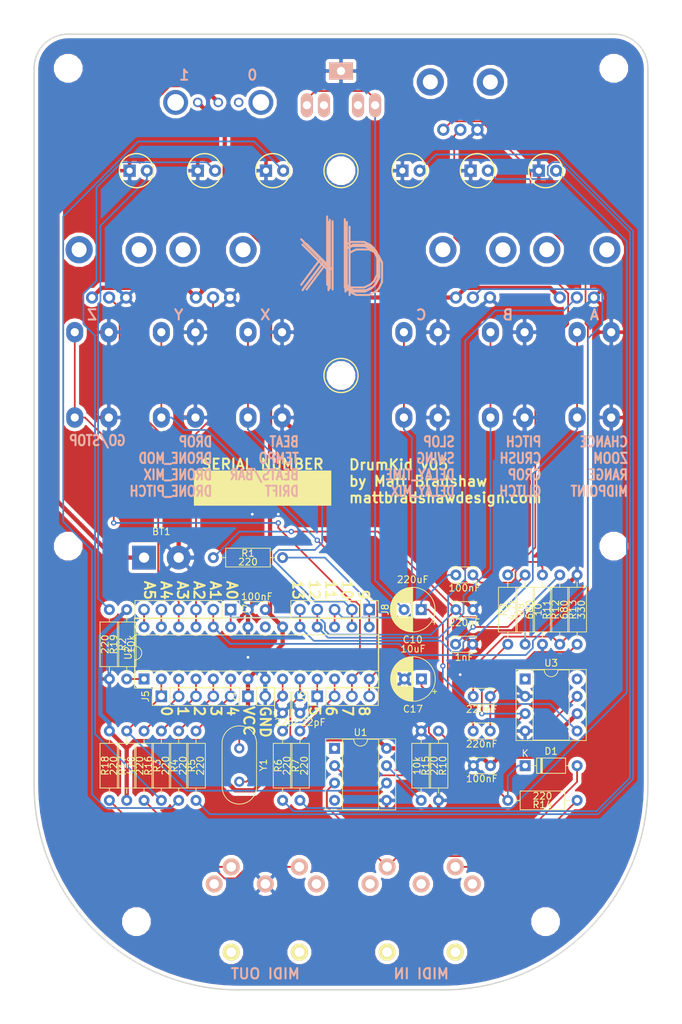
<source format=kicad_pcb>
(kicad_pcb (version 20171130) (host pcbnew "(5.0.1)-3")
  (layers (0 F.Cu signal) (31 B.Cu signal) (34 B.Paste user) (35 F.Paste user) (36 B.SilkS user) (37 F.SilkS user) (38 B.Mask user) (39 F.Mask user) (44 Edge.Cuts user))
  (net 0 "")
  (net 1 GND)
  (net 2 "Net-(C10-Pad2)")
  (net 3 "Net-(J9-PadRN)")
  (net 4 "Net-(J9-PadTN)")
  (net 5 /ANALOG_3)
  (net 6 +5V)
  (net 7 /ANALOG_1)
  (net 8 /ANALOG_2)
  (net 9 "Net-(C7-Pad1)")
  (net 10 "Net-(R9-Pad2)")
  (net 11 /ANALOG_0)
  (net 12 "Net-(BT1-Pad1)")
  (net 13 "Net-(SW1-Pad3)")
  (net 14 "Net-(D5-Pad2)")
  (net 15 /DIGITAL_5)
  (net 16 "Net-(C3-Pad1)")
  (net 17 "Net-(D6-Pad2)")
  (net 18 /DIGITAL_6)
  (net 19 "Net-(C1-Pad1)")
  (net 20 "Net-(R10-Pad1)")
  (net 21 /DIGITAL_9)
  (net 22 /DIGITAL_2)
  (net 23 "Net-(D2-Pad2)")
  (net 24 "Net-(C18-Pad2)")
  (net 25 "Net-(C2-Pad2)")
  (net 26 "Net-(D3-Pad2)")
  (net 27 /DIGITAL_3)
  (net 28 /DIGITAL_4)
  (net 29 "Net-(D4-Pad2)")
  (net 30 "Net-(R2-Pad1)")
  (net 31 "Net-(U3-Pad1)")
  (net 32 "Net-(C10-Pad1)")
  (net 33 "Net-(C17-Pad1)")
  (net 34 "Net-(U3-Pad8)")
  (net 35 /DIGITAL_0)
  (net 36 /DIGITAL_10)
  (net 37 /DIGITAL_1)
  (net 38 /DIGITAL_11)
  (net 39 /DIGITAL_12)
  (net 40 /DIGITAL_13)
  (net 41 "Net-(U2-Pad21)")
  (net 42 "Net-(C5-Pad1)")
  (net 43 "Net-(C6-Pad1)")
  (net 44 /DIGITAL_7)
  (net 45 /ANALOG_4)
  (net 46 /DIGITAL_8)
  (net 47 /ANALOG_5)
  (net 48 "Net-(J2-Pad4)")
  (net 49 "Net-(D1-Pad1)")
  (net 50 "Net-(R15-Pad2)")
  (net 51 "Net-(J3-Pad4)")
  (net 52 "Net-(J3-Pad5)")
  (net 53 "Net-(U1-Pad1)")
  (net 54 "Net-(D1-Pad2)")
  (net 55 "Net-(U1-Pad4)")
  (net 56 "Net-(J3-Pad3)")
  (net 57 "Net-(J3-Pad1)")
  (net 58 "Net-(J2-Pad1)")
  (net 59 "Net-(J2-Pad2)")
  (net 60 "Net-(J2-Pad3)")
  (net 61 "Net-(D7-Pad2)")
  (module drumkidcustom:CP_Radial_D6.3mm_P2.50mm (layer F.Cu) (at 111.76 114.3 180)
    (fp_text reference C10 (at 1.25 -4.4 180) (layer F.SilkS))
    (fp_text value 220uF (at 1.25 4.4 180) (layer F.SilkS))
    (pad 2 thru_hole circle (at 2.5 0 180) (size 1.6 1.6) (drill 0.8) (layers *.Cu *.Mask) (net 2 "Net-(C10-Pad2)"))
    (pad 1 thru_hole rect (at 0 0 180) (size 1.6 1.6) (drill 0.8) (layers *.Cu *.Mask) (net 32 "Net-(C10-Pad1)"))
  )
  (module drumkidcustom:CP_Radial_D6.3mm_P2.50mm (layer F.Cu) (at 111.8 124.46 180)
    (fp_text reference C17 (at 1.25 -4.4 180) (layer F.SilkS))
    (fp_text value 10uF (at 1.25 4.4 180) (layer F.SilkS))
    (pad 1 thru_hole rect (at 0 0 180) (size 1.6 1.6) (drill 0.8) (layers *.Cu *.Mask) (net 33 "Net-(C17-Pad1)"))
    (pad 2 thru_hole circle (at 2.5 0 180) (size 1.6 1.6) (drill 0.8) (layers *.Cu *.Mask) (net 1 GND))
  )
  (module drumkidcustom:C_Disc_D3.4mm_W2.1mm_P2.50mm (layer F.Cu) (at 93.98 126.96 270)
    (fp_text reference C6)
    (fp_text value 22pF (at 3.85 -1.905) (layer F.SilkS))
    (pad 1 thru_hole circle (at 0 0 270) (size 1.6 1.6) (drill 0.8) (layers *.Cu *.Mask) (net 43 "Net-(C6-Pad1)"))
    (pad 2 thru_hole circle (at 2.5 0 270) (size 1.6 1.6) (drill 0.8) (layers *.Cu *.Mask) (net 1 GND))
  )
  (module drumkidcustom:C_Disc_D3.4mm_W2.1mm_P2.50mm (layer F.Cu) (at 116.8 119.38)
    (fp_text reference C3)
    (fp_text value 1nF (at 1.25 1.905) (layer F.SilkS))
    (pad 2 thru_hole circle (at 2.5 0) (size 1.6 1.6) (drill 0.8) (layers *.Cu *.Mask) (net 1 GND))
    (pad 1 thru_hole circle (at 0 0) (size 1.6 1.6) (drill 0.8) (layers *.Cu *.Mask) (net 16 "Net-(C3-Pad1)"))
  )
  (module drumkidcustom:C_Disc_D3.4mm_W2.1mm_P2.50mm (layer F.Cu) (at 88.9 114.3 180)
    (fp_text reference C4)
    (fp_text value 100nF (at 1.25 1.905 180) (layer F.SilkS))
    (pad 1 thru_hole circle (at 0 0 180) (size 1.6 1.6) (drill 0.8) (layers *.Cu *.Mask) (net 6 +5V))
    (pad 2 thru_hole circle (at 2.5 0 180) (size 1.6 1.6) (drill 0.8) (layers *.Cu *.Mask) (net 1 GND))
  )
  (module drumkidcustom:C_Disc_D3.4mm_W2.1mm_P2.50mm (layer F.Cu) (at 91.44 126.96 270)
    (fp_text reference C5)
    (fp_text value 22pF (at 3.85 -0.635) (layer F.SilkS))
    (pad 2 thru_hole circle (at 2.5 0 270) (size 1.6 1.6) (drill 0.8) (layers *.Cu *.Mask) (net 1 GND))
    (pad 1 thru_hole circle (at 0 0 270) (size 1.6 1.6) (drill 0.8) (layers *.Cu *.Mask) (net 42 "Net-(C5-Pad1)"))
  )
  (module drumkidcustom:C_Disc_D3.4mm_W2.1mm_P2.50mm (layer F.Cu) (at 119.38 127)
    (fp_text reference C7)
    (fp_text value 220nF (at 1.25 1.905) (layer F.SilkS))
    (pad 1 thru_hole circle (at 0 0) (size 1.6 1.6) (drill 0.8) (layers *.Cu *.Mask) (net 9 "Net-(C7-Pad1)"))
    (pad 2 thru_hole circle (at 2.5 0) (size 1.6 1.6) (drill 0.8) (layers *.Cu *.Mask) (net 25 "Net-(C2-Pad2)"))
  )
  (module drumkidcustom:C_Disc_D3.4mm_W2.1mm_P2.50mm (layer F.Cu) (at 116.84 109.22)
    (fp_text reference C18)
    (fp_text value 100nF (at 1.25 1.905) (layer F.SilkS))
    (pad 2 thru_hole circle (at 2.5 0) (size 1.6 1.6) (drill 0.8) (layers *.Cu *.Mask) (net 24 "Net-(C18-Pad2)"))
    (pad 1 thru_hole circle (at 0 0) (size 1.6 1.6) (drill 0.8) (layers *.Cu *.Mask) (net 32 "Net-(C10-Pad1)"))
  )
  (module drumkidcustom:C_Disc_D3.4mm_W2.1mm_P2.50mm (layer F.Cu) (at 119.38 132.08)
    (fp_text reference C2)
    (fp_text value 220nF (at 1.25 1.905) (layer F.SilkS))
    (pad 1 thru_hole circle (at 0 0) (size 1.6 1.6) (drill 0.8) (layers *.Cu *.Mask) (net 19 "Net-(C1-Pad1)"))
    (pad 2 thru_hole circle (at 2.5 0) (size 1.6 1.6) (drill 0.8) (layers *.Cu *.Mask) (net 25 "Net-(C2-Pad2)"))
  )
  (module drumkidcustom:C_Disc_D3.4mm_W2.1mm_P2.50mm (layer F.Cu) (at 116.84 114.3)
    (fp_text reference C1)
    (fp_text value 220nF (at 1.25 1.905) (layer F.SilkS))
    (pad 2 thru_hole circle (at 2.5 0) (size 1.6 1.6) (drill 0.8) (layers *.Cu *.Mask) (net 1 GND))
    (pad 1 thru_hole circle (at 0 0) (size 1.6 1.6) (drill 0.8) (layers *.Cu *.Mask) (net 19 "Net-(C1-Pad1)"))
  )
  (module drumkidcustom:C_Disc_D3.4mm_W2.1mm_P2.50mm (layer F.Cu) (at 121.92 137.16 180)
    (fp_text reference C16)
    (fp_text value 100nF (at 1.27 -1.905 180) (layer F.SilkS))
    (pad 1 thru_hole circle (at 0 0 180) (size 1.6 1.6) (drill 0.8) (layers *.Cu *.Mask) (net 6 +5V))
    (pad 2 thru_hole circle (at 2.5 0 180) (size 1.6 1.6) (drill 0.8) (layers *.Cu *.Mask) (net 1 GND))
  )
  (module drumkidcustom:EG1206 (layer B.Cu) (at 79 40)
    (fp_text reference SW1)
    (fp_text value SW_SPDT hide)
    (pad MH2 thru_hole circle (at 9.25 0) (size 3.653 3.653) (drill 2.4352) (layers *.Cu *.Mask))
    (pad MH1 thru_hole circle (at -3.25 0) (size 3.653 3.653) (drill 2.4352) (layers *.Cu *.Mask))
    (pad 3 thru_hole circle (at 6 0) (size 1.4 1.4) (drill 0.9) (layers *.Cu *.Mask) (net 13 "Net-(SW1-Pad3)"))
    (pad 2 thru_hole circle (at 3 0) (size 1.4 1.4) (drill 0.9) (layers *.Cu *.Mask) (net 12 "Net-(BT1-Pad1)"))
    (pad 1 thru_hole circle (at 0 0) (size 1.4 1.4) (drill 0.9) (layers *.Cu *.Mask) (net 6 +5V))
  )
  (module drumkidcustom:SW_PUSH-12mm_Wuerth-430476085716 (layer B.Cu) (at 109.22 73.66 270)
    (fp_text reference SW5)
    (fp_text value SW_Push)
    (pad 2 thru_hole oval (at 0 -5 270) (size 3 2.5) (drill 1.2) (layers *.Cu *.Mask) (net 1 GND))
    (pad 1 thru_hole oval (at 0 0 270) (size 3 2.5) (drill 1.2) (layers *.Cu *.Mask) (net 38 /DIGITAL_11))
    (pad 2 thru_hole oval (at 12.5 -5 270) (size 3 2.5) (drill 1.2) (layers *.Cu *.Mask) (net 1 GND))
    (pad 1 thru_hole oval (at 12.5 0 270) (size 3 2.5) (drill 1.2) (layers *.Cu *.Mask) (net 38 /DIGITAL_11))
  )
  (module drumkidcustom:SW_PUSH-12mm_Wuerth-430476085716 (layer B.Cu) (at 60.96 73.66 270)
    (fp_text reference SW2)
    (fp_text value SW_Push)
    (pad 1 thru_hole oval (at 12.5 0 270) (size 3 2.5) (drill 1.2) (layers *.Cu *.Mask) (net 44 /DIGITAL_7))
    (pad 2 thru_hole oval (at 12.5 -5 270) (size 3 2.5) (drill 1.2) (layers *.Cu *.Mask) (net 1 GND))
    (pad 1 thru_hole oval (at 0 0 270) (size 3 2.5) (drill 1.2) (layers *.Cu *.Mask) (net 44 /DIGITAL_7))
    (pad 2 thru_hole oval (at 0 -5 270) (size 3 2.5) (drill 1.2) (layers *.Cu *.Mask) (net 1 GND))
  )
  (module drumkidcustom:SW_PUSH-12mm_Wuerth-430476085716 (layer B.Cu) (at 73.66 73.66 270)
    (fp_text reference SW3)
    (fp_text value SW_Push)
    (pad 2 thru_hole oval (at 0 -5 270) (size 3 2.5) (drill 1.2) (layers *.Cu *.Mask) (net 1 GND))
    (pad 1 thru_hole oval (at 0 0 270) (size 3 2.5) (drill 1.2) (layers *.Cu *.Mask) (net 46 /DIGITAL_8))
    (pad 2 thru_hole oval (at 12.5 -5 270) (size 3 2.5) (drill 1.2) (layers *.Cu *.Mask) (net 1 GND))
    (pad 1 thru_hole oval (at 12.5 0 270) (size 3 2.5) (drill 1.2) (layers *.Cu *.Mask) (net 46 /DIGITAL_8))
  )
  (module drumkidcustom:SW_PUSH-12mm_Wuerth-430476085716 (layer B.Cu) (at 121.92 73.66 270)
    (fp_text reference SW6)
    (fp_text value SW_Push)
    (pad 1 thru_hole oval (at 12.5 0 270) (size 3 2.5) (drill 1.2) (layers *.Cu *.Mask) (net 39 /DIGITAL_12))
    (pad 2 thru_hole oval (at 12.5 -5 270) (size 3 2.5) (drill 1.2) (layers *.Cu *.Mask) (net 1 GND))
    (pad 1 thru_hole oval (at 0 0 270) (size 3 2.5) (drill 1.2) (layers *.Cu *.Mask) (net 39 /DIGITAL_12))
    (pad 2 thru_hole oval (at 0 -5 270) (size 3 2.5) (drill 1.2) (layers *.Cu *.Mask) (net 1 GND))
  )
  (module drumkidcustom:SW_PUSH-12mm_Wuerth-430476085716 (layer B.Cu) (at 86.36 73.66 270)
    (fp_text reference SW4)
    (fp_text value SW_Push)
    (pad 2 thru_hole oval (at 0 -5 270) (size 3 2.5) (drill 1.2) (layers *.Cu *.Mask) (net 1 GND))
    (pad 1 thru_hole oval (at 0 0 270) (size 3 2.5) (drill 1.2) (layers *.Cu *.Mask) (net 36 /DIGITAL_10))
    (pad 2 thru_hole oval (at 12.5 -5 270) (size 3 2.5) (drill 1.2) (layers *.Cu *.Mask) (net 1 GND))
    (pad 1 thru_hole oval (at 12.5 0 270) (size 3 2.5) (drill 1.2) (layers *.Cu *.Mask) (net 36 /DIGITAL_10))
  )
  (module drumkidcustom:SW_PUSH-12mm_Wuerth-430476085716 (layer B.Cu) (at 134.62 73.66 270)
    (fp_text reference SW7)
    (fp_text value SW_Push)
    (pad 1 thru_hole oval (at 12.5 0 270) (size 3 2.5) (drill 1.2) (layers *.Cu *.Mask) (net 40 /DIGITAL_13))
    (pad 2 thru_hole oval (at 12.5 -5 270) (size 3 2.5) (drill 1.2) (layers *.Cu *.Mask) (net 1 GND))
    (pad 1 thru_hole oval (at 0 0 270) (size 3 2.5) (drill 1.2) (layers *.Cu *.Mask) (net 40 /DIGITAL_13))
    (pad 2 thru_hole oval (at 0 -5 270) (size 3 2.5) (drill 1.2) (layers *.Cu *.Mask) (net 1 GND))
  )
  (module drumkidcustom:LED_D5.0mm (layer B.Cu) (at 89 50)
    (fp_text reference D3)
    (fp_text value LED)
    (pad 2 thru_hole circle (at 2.54 0) (size 1.8 1.8) (drill 0.9) (layers *.Cu *.Mask) (net 26 "Net-(D3-Pad2)"))
    (pad 1 thru_hole rect (at 0 0) (size 1.8 1.8) (drill 0.9) (layers *.Cu *.Mask) (net 1 GND))
  )
  (module drumkidcustom:LED_D5.0mm (layer B.Cu) (at 129 50)
    (fp_text reference D6)
    (fp_text value LED)
    (pad 1 thru_hole rect (at 0 0) (size 1.8 1.8) (drill 0.9) (layers *.Cu *.Mask) (net 1 GND))
    (pad 2 thru_hole circle (at 2.54 0) (size 1.8 1.8) (drill 0.9) (layers *.Cu *.Mask) (net 17 "Net-(D6-Pad2)"))
  )
  (module drumkidcustom:LED_D5.0mm (layer B.Cu) (at 119 50)
    (fp_text reference D5)
    (fp_text value LED)
    (pad 2 thru_hole circle (at 2.54 0) (size 1.8 1.8) (drill 0.9) (layers *.Cu *.Mask) (net 14 "Net-(D5-Pad2)"))
    (pad 1 thru_hole rect (at 0 0) (size 1.8 1.8) (drill 0.9) (layers *.Cu *.Mask) (net 1 GND))
  )
  (module drumkidcustom:LED_D5.0mm (layer B.Cu) (at 79 50)
    (fp_text reference D2)
    (fp_text value LED)
    (pad 1 thru_hole rect (at 0 0) (size 1.8 1.8) (drill 0.9) (layers *.Cu *.Mask) (net 1 GND))
    (pad 2 thru_hole circle (at 2.54 0) (size 1.8 1.8) (drill 0.9) (layers *.Cu *.Mask) (net 23 "Net-(D2-Pad2)"))
  )
  (module drumkidcustom:LED_D5.0mm (layer B.Cu) (at 109 50)
    (fp_text reference D4)
    (fp_text value LED)
    (pad 2 thru_hole circle (at 2.54 0) (size 1.8 1.8) (drill 0.9) (layers *.Cu *.Mask) (net 29 "Net-(D4-Pad2)"))
    (pad 1 thru_hole rect (at 0 0) (size 1.8 1.8) (drill 0.9) (layers *.Cu *.Mask) (net 1 GND))
  )
  (module drumkidcustom:LED_D5.0mm (layer B.Cu) (at 69 50)
    (fp_text reference D7)
    (fp_text value LED)
    (pad 1 thru_hole rect (at 0 0) (size 1.8 1.8) (drill 0.9) (layers *.Cu *.Mask) (net 1 GND))
    (pad 2 thru_hole circle (at 2.54 0) (size 1.8 1.8) (drill 0.9) (layers *.Cu *.Mask) (net 61 "Net-(D7-Pad2)"))
  )
  (module drumkidcustom:R_Axial_DIN0207_L6.3mm_D2.5mm_P10.16mm_Horizontal (layer F.Cu) (at 78.74 142.24 90)
    (fp_text reference R5 (at 5.08 -0.635 90) (layer F.SilkS))
    (fp_text value 220 (at 5.08 0.635 90) (layer F.SilkS))
    (pad 2 thru_hole oval (at 10.16 0 90) (size 1.6 1.6) (drill 0.8) (layers *.Cu *.Mask) (net 28 /DIGITAL_4))
    (pad 1 thru_hole circle (at 0 0 90) (size 1.6 1.6) (drill 0.8) (layers *.Cu *.Mask) (net 29 "Net-(D4-Pad2)"))
  )
  (module drumkidcustom:R_Axial_DIN0207_L6.3mm_D2.5mm_P10.16mm_Horizontal (layer F.Cu) (at 132.08 119.38 90)
    (fp_text reference R12 (at 5.08 -0.635 90) (layer F.SilkS))
    (fp_text value 680 (at 5.08 0.635 90) (layer F.SilkS))
    (pad 1 thru_hole circle (at 0 0 90) (size 1.6 1.6) (drill 0.8) (layers *.Cu *.Mask) (net 9 "Net-(C7-Pad1)"))
    (pad 2 thru_hole oval (at 10.16 0 90) (size 1.6 1.6) (drill 0.8) (layers *.Cu *.Mask) (net 16 "Net-(C3-Pad1)"))
  )
  (module drumkidcustom:R_Axial_DIN0207_L6.3mm_D2.5mm_P10.16mm_Horizontal (layer F.Cu) (at 129.54 109.22 270)
    (fp_text reference R11 (at 5.08 -0.635 270) (layer F.SilkS))
    (fp_text value 10 (at 5.08 0.635 270) (layer F.SilkS))
    (pad 2 thru_hole oval (at 10.16 0 270) (size 1.6 1.6) (drill 0.8) (layers *.Cu *.Mask) (net 1 GND))
    (pad 1 thru_hole circle (at 0 0 270) (size 1.6 1.6) (drill 0.8) (layers *.Cu *.Mask) (net 24 "Net-(C18-Pad2)"))
  )
  (module drumkidcustom:R_Axial_DIN0207_L6.3mm_D2.5mm_P10.16mm_Horizontal (layer F.Cu) (at 114.3 132.08 270)
    (fp_text reference R10 (at 5.08 -0.635 270) (layer F.SilkS))
    (fp_text value 220 (at 5.08 0.635 270) (layer F.SilkS))
    (pad 1 thru_hole circle (at 0 0 270) (size 1.6 1.6) (drill 0.8) (layers *.Cu *.Mask) (net 20 "Net-(R10-Pad1)"))
    (pad 2 thru_hole oval (at 10.16 0 270) (size 1.6 1.6) (drill 0.8) (layers *.Cu *.Mask) (net 1 GND))
  )
  (module drumkidcustom:R_Axial_DIN0207_L6.3mm_D2.5mm_P10.16mm_Horizontal (layer F.Cu) (at 124.46 119.38 90)
    (fp_text reference R9 (at 5.08 -0.635 90) (layer F.SilkS))
    (fp_text value 4.7k (at 5.08 0.635 90) (layer F.SilkS))
    (pad 2 thru_hole oval (at 10.16 0 90) (size 1.6 1.6) (drill 0.8) (layers *.Cu *.Mask) (net 10 "Net-(R9-Pad2)"))
    (pad 1 thru_hole circle (at 0 0 90) (size 1.6 1.6) (drill 0.8) (layers *.Cu *.Mask) (net 20 "Net-(R10-Pad1)"))
  )
  (module drumkidcustom:R_Axial_DIN0207_L6.3mm_D2.5mm_P10.16mm_Horizontal (layer F.Cu) (at 66.04 114.3 270)
    (fp_text reference R19 (at 5.08 -0.635 270) (layer F.SilkS))
    (fp_text value 220 (at 5.08 0.635 270) (layer F.SilkS))
    (pad 1 thru_hole circle (at 0 0 270) (size 1.6 1.6) (drill 0.8) (layers *.Cu *.Mask) (net 61 "Net-(D7-Pad2)"))
    (pad 2 thru_hole oval (at 10.16 0 270) (size 1.6 1.6) (drill 0.8) (layers *.Cu *.Mask) (net 1 GND))
  )
  (module drumkidcustom:R_Axial_DIN0207_L6.3mm_D2.5mm_P10.16mm_Horizontal (layer F.Cu) (at 66.04 142.24 90)
    (fp_text reference R18 (at 5.08 -0.635 90) (layer F.SilkS))
    (fp_text value 220 (at 5.08 0.635 90) (layer F.SilkS))
    (pad 2 thru_hole oval (at 10.16 0 90) (size 1.6 1.6) (drill 0.8) (layers *.Cu *.Mask) (net 6 +5V))
    (pad 1 thru_hole circle (at 0 0 90) (size 1.6 1.6) (drill 0.8) (layers *.Cu *.Mask) (net 51 "Net-(J3-Pad4)"))
  )
  (module drumkidcustom:R_Axial_DIN0207_L6.3mm_D2.5mm_P10.16mm_Horizontal (layer F.Cu) (at 127 119.38 90)
    (fp_text reference R8 (at 5.08 -0.635 90) (layer F.SilkS))
    (fp_text value 680 (at 5.08 0.635 90) (layer F.SilkS))
    (pad 1 thru_hole circle (at 0 0 90) (size 1.6 1.6) (drill 0.8) (layers *.Cu *.Mask) (net 16 "Net-(C3-Pad1)"))
    (pad 2 thru_hole oval (at 10.16 0 90) (size 1.6 1.6) (drill 0.8) (layers *.Cu *.Mask) (net 19 "Net-(C1-Pad1)"))
  )
  (module drumkidcustom:R_Axial_DIN0207_L6.3mm_D2.5mm_P10.16mm_Horizontal (layer F.Cu) (at 91.44 142.24 90)
    (fp_text reference R6 (at 5.08 -0.635 90) (layer F.SilkS))
    (fp_text value 220 (at 5.08 0.635 90) (layer F.SilkS))
    (pad 2 thru_hole oval (at 10.16 0 90) (size 1.6 1.6) (drill 0.8) (layers *.Cu *.Mask) (net 15 /DIGITAL_5))
    (pad 1 thru_hole circle (at 0 0 90) (size 1.6 1.6) (drill 0.8) (layers *.Cu *.Mask) (net 14 "Net-(D5-Pad2)"))
  )
  (module drumkidcustom:R_Axial_DIN0207_L6.3mm_D2.5mm_P10.16mm_Horizontal (layer F.Cu) (at 73.66 142.24 90)
    (fp_text reference R3 (at 5.08 -0.635 90) (layer F.SilkS))
    (fp_text value 220 (at 5.08 0.635 90) (layer F.SilkS))
    (pad 1 thru_hole circle (at 0 0 90) (size 1.6 1.6) (drill 0.8) (layers *.Cu *.Mask) (net 23 "Net-(D2-Pad2)"))
    (pad 2 thru_hole oval (at 10.16 0 90) (size 1.6 1.6) (drill 0.8) (layers *.Cu *.Mask) (net 22 /DIGITAL_2))
  )
  (module drumkidcustom:R_Axial_DIN0207_L6.3mm_D2.5mm_P10.16mm_Horizontal (layer F.Cu) (at 68.58 124.46 90)
    (fp_text reference R2 (at 5.08 -0.635 90) (layer F.SilkS))
    (fp_text value 10k (at 5.08 0.635 90) (layer F.SilkS))
    (pad 2 thru_hole oval (at 10.16 0 90) (size 1.6 1.6) (drill 0.8) (layers *.Cu *.Mask) (net 6 +5V))
    (pad 1 thru_hole circle (at 0 0 90) (size 1.6 1.6) (drill 0.8) (layers *.Cu *.Mask) (net 30 "Net-(R2-Pad1)"))
  )
  (module drumkidcustom:R_Axial_DIN0207_L6.3mm_D2.5mm_P10.16mm_Horizontal (layer F.Cu) (at 81.28 106.68)
    (fp_text reference R1 (at 5.08 -0.635) (layer F.SilkS))
    (fp_text value 220 (at 5.08 0.635) (layer F.SilkS))
    (pad 1 thru_hole circle (at 0 0) (size 1.6 1.6) (drill 0.8) (layers *.Cu *.Mask) (net 19 "Net-(C1-Pad1)"))
    (pad 2 thru_hole oval (at 10.16 0) (size 1.6 1.6) (drill 0.8) (layers *.Cu *.Mask) (net 21 /DIGITAL_9))
  )
  (module drumkidcustom:R_Axial_DIN0207_L6.3mm_D2.5mm_P10.16mm_Horizontal (layer F.Cu) (at 134.62 119.38 90)
    (fp_text reference R13 (at 5.08 -0.635 90) (layer F.SilkS))
    (fp_text value 330 (at 5.08 0.635 90) (layer F.SilkS))
    (pad 2 thru_hole oval (at 10.16 0 90) (size 1.6 1.6) (drill 0.8) (layers *.Cu *.Mask) (net 1 GND))
    (pad 1 thru_hole circle (at 0 0 90) (size 1.6 1.6) (drill 0.8) (layers *.Cu *.Mask) (net 25 "Net-(C2-Pad2)"))
  )
  (module drumkidcustom:R_Axial_DIN0207_L6.3mm_D2.5mm_P10.16mm_Horizontal (layer F.Cu) (at 134.62 142.24 180)
    (fp_text reference R14 (at 5.08 -0.635 180) (layer F.SilkS))
    (fp_text value 220 (at 5.08 0.635 180) (layer F.SilkS))
    (pad 1 thru_hole circle (at 0 0 180) (size 1.6 1.6) (drill 0.8) (layers *.Cu *.Mask) (net 48 "Net-(J2-Pad4)"))
    (pad 2 thru_hole oval (at 10.16 0 180) (size 1.6 1.6) (drill 0.8) (layers *.Cu *.Mask) (net 49 "Net-(D1-Pad1)"))
  )
  (module drumkidcustom:R_Axial_DIN0207_L6.3mm_D2.5mm_P10.16mm_Horizontal (layer F.Cu) (at 111.76 132.08 270)
    (fp_text reference R15 (at 5.08 -0.635 270) (layer F.SilkS))
    (fp_text value 10k (at 5.08 0.635 270) (layer F.SilkS))
    (pad 2 thru_hole oval (at 10.16 0 270) (size 1.6 1.6) (drill 0.8) (layers *.Cu *.Mask) (net 50 "Net-(R15-Pad2)"))
    (pad 1 thru_hole circle (at 0 0 270) (size 1.6 1.6) (drill 0.8) (layers *.Cu *.Mask) (net 1 GND))
  )
  (module drumkidcustom:R_Axial_DIN0207_L6.3mm_D2.5mm_P10.16mm_Horizontal (layer F.Cu) (at 71.12 132.08 270)
    (fp_text reference R16 (at 5.08 -0.635 270) (layer F.SilkS))
    (fp_text value 220 (at 5.08 0.635 270) (layer F.SilkS))
    (pad 1 thru_hole circle (at 0 0 270) (size 1.6 1.6) (drill 0.8) (layers *.Cu *.Mask) (net 37 /DIGITAL_1))
    (pad 2 thru_hole oval (at 10.16 0 270) (size 1.6 1.6) (drill 0.8) (layers *.Cu *.Mask) (net 52 "Net-(J3-Pad5)"))
  )
  (module drumkidcustom:R_Axial_DIN0207_L6.3mm_D2.5mm_P10.16mm_Horizontal (layer F.Cu) (at 68.58 142.24 90)
    (fp_text reference R17 (at 5.08 -0.635 90) (layer F.SilkS))
    (fp_text value 470 (at 5.08 0.635 90) (layer F.SilkS))
    (pad 2 thru_hole oval (at 10.16 0 90) (size 1.6 1.6) (drill 0.8) (layers *.Cu *.Mask) (net 35 /DIGITAL_0))
    (pad 1 thru_hole circle (at 0 0 90) (size 1.6 1.6) (drill 0.8) (layers *.Cu *.Mask) (net 6 +5V))
  )
  (module drumkidcustom:R_Axial_DIN0207_L6.3mm_D2.5mm_P10.16mm_Horizontal (layer F.Cu) (at 76.2 142.24 90)
    (fp_text reference R4 (at 5.08 -0.635 90) (layer F.SilkS))
    (fp_text value 220 (at 5.08 0.635 90) (layer F.SilkS))
    (pad 1 thru_hole circle (at 0 0 90) (size 1.6 1.6) (drill 0.8) (layers *.Cu *.Mask) (net 26 "Net-(D3-Pad2)"))
    (pad 2 thru_hole oval (at 10.16 0 90) (size 1.6 1.6) (drill 0.8) (layers *.Cu *.Mask) (net 27 /DIGITAL_3))
  )
  (module drumkidcustom:R_Axial_DIN0207_L6.3mm_D2.5mm_P10.16mm_Horizontal (layer F.Cu) (at 93.98 142.24 90)
    (fp_text reference R7 (at 5.08 -0.635 90) (layer F.SilkS))
    (fp_text value 220 (at 5.08 0.635 90) (layer F.SilkS))
    (pad 2 thru_hole oval (at 10.16 0 90) (size 1.6 1.6) (drill 0.8) (layers *.Cu *.Mask) (net 18 /DIGITAL_6))
    (pad 1 thru_hole circle (at 0 0 90) (size 1.6 1.6) (drill 0.8) (layers *.Cu *.Mask) (net 17 "Net-(D6-Pad2)"))
  )
  (module drumkidcustom:MIDI_DIN5 (layer F.Cu) (at 88.9 157.48)
    (fp_text reference J3)
    (fp_text value DIN-5_180degree)
    (pad 3 thru_hole circle (at -7.49808 -2.9972) (size 2.49936 2.49936) (drill 1.397) (layers *.Cu *.SilkS *.Mask) (net 56 "Net-(J3-Pad3)"))
    (pad 4 thru_hole circle (at 4.99618 -5.4991) (size 2.49936 2.49936) (drill 1.397) (layers *.Cu *.SilkS *.Mask) (net 51 "Net-(J3-Pad4)"))
    (pad 2 thru_hole circle (at 0 -2.99974) (size 2.49936 2.49936) (drill 1.397) (layers *.Cu *.SilkS *.Mask) (net 1 GND))
    (pad 1 thru_hole circle (at 7.49808 -2.9972) (size 2.49936 2.49936) (drill 1.397) (layers *.Cu *.SilkS *.Mask) (net 57 "Net-(J3-Pad1)"))
    (pad 5 thru_hole circle (at -4.99618 -5.4991) (size 2.49936 2.49936) (drill 1.397) (layers *.Cu *.SilkS *.Mask) (net 52 "Net-(J3-Pad5)"))
    (pad "" np_thru_hole circle (at 5.00126 6.9977) (size 2.49936 2.49936) (drill 1.397) (layers *.Cu *.Mask F.SilkS))
    (pad "" np_thru_hole circle (at -5.00126 6.9977) (size 2.49936 2.49936) (drill 1.397) (layers *.Cu *.Mask F.SilkS))
  )
  (module drumkidcustom:MIDI_DIN5 (layer F.Cu) (at 111.76 157.48)
    (fp_text reference J2)
    (fp_text value DIN-5_180degree)
    (pad "" np_thru_hole circle (at -5.00126 6.9977) (size 2.49936 2.49936) (drill 1.397) (layers *.Cu *.Mask F.SilkS))
    (pad "" np_thru_hole circle (at 5.00126 6.9977) (size 2.49936 2.49936) (drill 1.397) (layers *.Cu *.Mask F.SilkS))
    (pad 5 thru_hole circle (at -4.99618 -5.4991) (size 2.49936 2.49936) (drill 1.397) (layers *.Cu *.SilkS *.Mask) (net 54 "Net-(D1-Pad2)"))
    (pad 1 thru_hole circle (at 7.49808 -2.9972) (size 2.49936 2.49936) (drill 1.397) (layers *.Cu *.SilkS *.Mask) (net 58 "Net-(J2-Pad1)"))
    (pad 2 thru_hole circle (at 0 -2.99974) (size 2.49936 2.49936) (drill 1.397) (layers *.Cu *.SilkS *.Mask) (net 59 "Net-(J2-Pad2)"))
    (pad 4 thru_hole circle (at 4.99618 -5.4991) (size 2.49936 2.49936) (drill 1.397) (layers *.Cu *.SilkS *.Mask) (net 48 "Net-(J2-Pad4)"))
    (pad 3 thru_hole circle (at -7.49808 -2.9972) (size 2.49936 2.49936) (drill 1.397) (layers *.Cu *.SilkS *.Mask) (net 60 "Net-(J2-Pad3)"))
  )
  (module drumkidcustom:MountingHole_3.2mm_M3 (layer F.Cu) (at 60 35)
    (fp_text reference H1)
    (fp_text value MountingHole)
    (pad 1 np_thru_hole circle (at 0 0) (size 3.2 3.2) (drill 3.2) (layers *.Cu *.Mask))
  )
  (module drumkidcustom:MountingHole_3.2mm_M3 (layer F.Cu) (at 100 80)
    (fp_text reference H8)
    (fp_text value MountingHole)
    (pad 1 np_thru_hole circle (at 0 0) (size 3.2 3.2) (drill 3.2) (layers *.Cu *.Mask))
  )
  (module drumkidcustom:MountingHole_3.2mm_M3 (layer F.Cu) (at 100 50)
    (fp_text reference H7)
    (fp_text value MountingHole)
    (pad 1 np_thru_hole circle (at 0 0) (size 3.2 3.2) (drill 3.2) (layers *.Cu *.Mask))
  )
  (module drumkidcustom:MountingHole_3.2mm_M3 (layer F.Cu) (at 140 35)
    (fp_text reference H6)
    (fp_text value MountingHole)
    (pad 1 np_thru_hole circle (at 0 0) (size 3.2 3.2) (drill 3.2) (layers *.Cu *.Mask))
  )
  (module drumkidcustom:MountingHole_3.2mm_M3 (layer F.Cu) (at 140 105)
    (fp_text reference H5)
    (fp_text value MountingHole)
    (pad 1 np_thru_hole circle (at 0 0) (size 3.2 3.2) (drill 3.2) (layers *.Cu *.Mask))
  )
  (module drumkidcustom:MountingHole_3.2mm_M3 (layer F.Cu) (at 130 160)
    (fp_text reference H4)
    (fp_text value MountingHole)
    (pad 1 np_thru_hole circle (at 0 0) (size 3.2 3.2) (drill 3.2) (layers *.Cu *.Mask))
  )
  (module drumkidcustom:MountingHole_3.2mm_M3 (layer F.Cu) (at 70 160)
    (fp_text reference H3)
    (fp_text value MountingHole)
    (pad 1 np_thru_hole circle (at 0 0) (size 3.2 3.2) (drill 3.2) (layers *.Cu *.Mask))
  )
  (module drumkidcustom:MountingHole_3.2mm_M3 (layer F.Cu) (at 60 105)
    (fp_text reference H2)
    (fp_text value MountingHole)
    (pad 1 np_thru_hole circle (at 0 0) (size 3.2 3.2) (drill 3.2) (layers *.Cu *.Mask))
  )
  (module drumkidcustom:Tayda_3.5mm_stereo_TRS_jack_A-853 (layer B.Cu) (at 100 37 180)
    (fp_text reference J9)
    (fp_text value AudioJack3_Ground_Switch)
    (pad S thru_hole rect (at 0 1.596 180) (size 3.5 2.5) (drill 1.2) (layers *.Cu *.Mask B.SilkS) (net 1 GND))
    (pad TN thru_hole oval (at -2.5 -3.41 180) (size 1.75 3.5) (drill 1.2) (layers *.Cu *.Mask B.SilkS) (net 4 "Net-(J9-PadTN)"))
    (pad RN thru_hole oval (at 2.5 -3.41 180) (size 1.75 3.5) (drill 1.2) (layers *.Cu *.Mask B.SilkS) (net 3 "Net-(J9-PadRN)"))
    (pad T thru_hole oval (at -5 -3.41 180) (size 1.75 3.5) (drill 1.2) (layers *.Cu *.Mask B.SilkS) (net 2 "Net-(C10-Pad2)"))
    (pad R thru_hole oval (at 5 -3.41 180) (size 1.75 3.5) (drill 1.2) (layers *.Cu *.Mask B.SilkS) (net 2 "Net-(C10-Pad2)"))
  )
  (module drumkidcustom:Potentiometer_Alps_RK09K_Single_Vertical (layer B.Cu) (at 63.5 68.58 90)
    (fp_text reference RV5)
    (fp_text value R_POT)
    (pad 3 thru_hole circle (at 0 5 90) (size 1.8 1.8) (drill 1) (layers *.Cu *.Mask) (net 1 GND))
    (pad 2 thru_hole circle (at 0 2.5 90) (size 1.8 1.8) (drill 1) (layers *.Cu *.Mask) (net 5 /ANALOG_3))
    (pad 1 thru_hole circle (at 0 0 90) (size 1.8 1.8) (drill 1) (layers *.Cu *.Mask) (net 6 +5V))
    (pad "" np_thru_hole circle (at 6.985 6.9 90) (size 4 4) (drill 2.2) (layers *.Cu *.Mask))
    (pad "" np_thru_hole circle (at 7 -1.9 90) (size 4 4) (drill 2.2) (layers *.Cu *.Mask))
  )
  (module drumkidcustom:Potentiometer_Alps_RK09K_Single_Vertical (layer B.Cu) (at 132.08 68.58 90)
    (fp_text reference RV2)
    (fp_text value R_POT)
    (pad 3 thru_hole circle (at 0 5 90) (size 1.8 1.8) (drill 1) (layers *.Cu *.Mask) (net 1 GND))
    (pad 2 thru_hole circle (at 0 2.5 90) (size 1.8 1.8) (drill 1) (layers *.Cu *.Mask) (net 11 /ANALOG_0))
    (pad 1 thru_hole circle (at 0 0 90) (size 1.8 1.8) (drill 1) (layers *.Cu *.Mask) (net 6 +5V))
    (pad "" np_thru_hole circle (at 6.985 6.9 90) (size 4 4) (drill 2.2) (layers *.Cu *.Mask))
    (pad "" np_thru_hole circle (at 7 -1.9 90) (size 4 4) (drill 2.2) (layers *.Cu *.Mask))
  )
  (module drumkidcustom:Potentiometer_Alps_RK09K_Single_Vertical (layer B.Cu) (at 115 44 90)
    (fp_text reference RV1)
    (fp_text value 10k)
    (pad 3 thru_hole circle (at 0 5 90) (size 1.8 1.8) (drill 1) (layers *.Cu *.Mask) (net 1 GND))
    (pad 2 thru_hole circle (at 0 2.5 90) (size 1.8 1.8) (drill 1) (layers *.Cu *.Mask) (net 10 "Net-(R9-Pad2)"))
    (pad 1 thru_hole circle (at 0 0 90) (size 1.8 1.8) (drill 1) (layers *.Cu *.Mask) (net 9 "Net-(C7-Pad1)"))
    (pad "" np_thru_hole circle (at 6.985 6.9 90) (size 4 4) (drill 2.2) (layers *.Cu *.Mask))
    (pad "" np_thru_hole circle (at 7 -1.9 90) (size 4 4) (drill 2.2) (layers *.Cu *.Mask))
  )
  (module drumkidcustom:Potentiometer_Alps_RK09K_Single_Vertical (layer B.Cu) (at 78.74 68.58 90)
    (fp_text reference RV4)
    (fp_text value R_POT)
    (pad 3 thru_hole circle (at 0 5 90) (size 1.8 1.8) (drill 1) (layers *.Cu *.Mask) (net 1 GND))
    (pad 2 thru_hole circle (at 0 2.5 90) (size 1.8 1.8) (drill 1) (layers *.Cu *.Mask) (net 8 /ANALOG_2))
    (pad 1 thru_hole circle (at 0 0 90) (size 1.8 1.8) (drill 1) (layers *.Cu *.Mask) (net 6 +5V))
    (pad "" np_thru_hole circle (at 6.985 6.9 90) (size 4 4) (drill 2.2) (layers *.Cu *.Mask))
    (pad "" np_thru_hole circle (at 7 -1.9 90) (size 4 4) (drill 2.2) (layers *.Cu *.Mask))
  )
  (module drumkidcustom:Potentiometer_Alps_RK09K_Single_Vertical (layer B.Cu) (at 116.84 68.58 90)
    (fp_text reference RV3)
    (fp_text value R_POT)
    (pad 3 thru_hole circle (at 0 5 90) (size 1.8 1.8) (drill 1) (layers *.Cu *.Mask) (net 1 GND))
    (pad 2 thru_hole circle (at 0 2.5 90) (size 1.8 1.8) (drill 1) (layers *.Cu *.Mask) (net 7 /ANALOG_1))
    (pad 1 thru_hole circle (at 0 0 90) (size 1.8 1.8) (drill 1) (layers *.Cu *.Mask) (net 6 +5V))
    (pad "" np_thru_hole circle (at 6.985 6.9 90) (size 4 4) (drill 2.2) (layers *.Cu *.Mask))
    (pad "" np_thru_hole circle (at 7 -1.9 90) (size 4 4) (drill 2.2) (layers *.Cu *.Mask))
  )
  (module Connector_Wire:SolderWirePad_1x02_P5.08mm_Drill1.5mm (layer F.Cu) (at 71.12 106.68)
    (fp_text reference BT1 (at 2.54 -3.81) (layer F.SilkS))
    (fp_text value Battery)
    (pad 1 thru_hole rect (at 0 0) (size 3.50012 3.50012) (drill 1.50114) (layers *.Cu *.Mask) (net 12 "Net-(BT1-Pad1)"))
    (pad 2 thru_hole circle (at 5.08 0) (size 3.50012 3.50012) (drill 1.50114) (layers *.Cu *.Mask) (net 1 GND))
  )
  (module Diode_THT:D_DO-35_SOD27_P7.62mm_Horizontal (layer F.Cu) (at 127 137.16)
    (fp_text reference D1 (at 3.81 -2.12) (layer F.SilkS))
    (fp_text value 1N4148)
    (fp_text user K (at 0 -1.8) (layer F.SilkS))
    (pad 1 thru_hole rect (at 0 0) (size 1.6 1.6) (drill 0.8) (layers *.Cu *.Mask) (net 49 "Net-(D1-Pad1)"))
    (pad 2 thru_hole oval (at 7.62 0) (size 1.6 1.6) (drill 0.8) (layers *.Cu *.Mask) (net 54 "Net-(D1-Pad2)"))
  )
  (module Package_DIP:DIP-8_W7.62mm_Socket (layer F.Cu) (at 99.06 134.62)
    (fp_text reference U1 (at 3.81 -2.33) (layer F.SilkS))
    (fp_text value 6N138)
    (pad 1 thru_hole rect (at 0 0) (size 1.6 1.6) (drill 0.8) (layers *.Cu *.Mask) (net 53 "Net-(U1-Pad1)"))
    (pad 5 thru_hole oval (at 7.62 7.62) (size 1.6 1.6) (drill 0.8) (layers *.Cu *.Mask) (net 1 GND))
    (pad 2 thru_hole oval (at 0 2.54) (size 1.6 1.6) (drill 0.8) (layers *.Cu *.Mask) (net 49 "Net-(D1-Pad1)"))
    (pad 6 thru_hole oval (at 7.62 5.08) (size 1.6 1.6) (drill 0.8) (layers *.Cu *.Mask) (net 35 /DIGITAL_0))
    (pad 3 thru_hole oval (at 0 5.08) (size 1.6 1.6) (drill 0.8) (layers *.Cu *.Mask) (net 54 "Net-(D1-Pad2)"))
    (pad 7 thru_hole oval (at 7.62 2.54) (size 1.6 1.6) (drill 0.8) (layers *.Cu *.Mask) (net 50 "Net-(R15-Pad2)"))
    (pad 4 thru_hole oval (at 0 7.62) (size 1.6 1.6) (drill 0.8) (layers *.Cu *.Mask) (net 55 "Net-(U1-Pad4)"))
    (pad 8 thru_hole oval (at 7.62 0) (size 1.6 1.6) (drill 0.8) (layers *.Cu *.Mask) (net 6 +5V))
  )
  (module Connector_PinHeader_2.54mm:PinHeader_1x02_P2.54mm_Vertical (layer F.Cu) (at 86.36 127 90)
    (fp_text reference J1 (at 0 -2.33 90) (layer F.SilkS))
    (fp_text value Conn_01x02_Female)
    (pad 2 thru_hole oval (at 0 2.54 90) (size 1.7 1.7) (drill 1) (layers *.Cu *.Mask) (net 1 GND))
    (pad 1 thru_hole rect (at 0 0 90) (size 1.7 1.7) (drill 1) (layers *.Cu *.Mask) (net 6 +5V))
  )
  (module Connector_PinHeader_2.54mm:PinHeader_1x04_P2.54mm_Vertical (layer F.Cu) (at 96.52 127 90)
    (fp_text reference J6 (at 0 -2.33 90) (layer F.SilkS))
    (fp_text value Conn_01x04_Female)
    (pad 1 thru_hole rect (at 0 0 90) (size 1.7 1.7) (drill 1) (layers *.Cu *.Mask) (net 15 /DIGITAL_5))
    (pad 2 thru_hole oval (at 0 2.54 90) (size 1.7 1.7) (drill 1) (layers *.Cu *.Mask) (net 18 /DIGITAL_6))
    (pad 3 thru_hole oval (at 0 5.08 90) (size 1.7 1.7) (drill 1) (layers *.Cu *.Mask) (net 44 /DIGITAL_7))
    (pad 4 thru_hole oval (at 0 7.62 90) (size 1.7 1.7) (drill 1) (layers *.Cu *.Mask) (net 46 /DIGITAL_8))
  )
  (module Connector_PinHeader_2.54mm:PinHeader_1x05_P2.54mm_Vertical (layer F.Cu) (at 104.14 114.3 270)
    (fp_text reference J8 (at 0 -2.33 270) (layer F.SilkS))
    (fp_text value Conn_01x05_Female)
    (pad 5 thru_hole oval (at 0 10.16 270) (size 1.7 1.7) (drill 1) (layers *.Cu *.Mask) (net 40 /DIGITAL_13))
    (pad 4 thru_hole oval (at 0 7.62 270) (size 1.7 1.7) (drill 1) (layers *.Cu *.Mask) (net 39 /DIGITAL_12))
    (pad 3 thru_hole oval (at 0 5.08 270) (size 1.7 1.7) (drill 1) (layers *.Cu *.Mask) (net 38 /DIGITAL_11))
    (pad 2 thru_hole oval (at 0 2.54 270) (size 1.7 1.7) (drill 1) (layers *.Cu *.Mask) (net 36 /DIGITAL_10))
    (pad 1 thru_hole rect (at 0 0 270) (size 1.7 1.7) (drill 1) (layers *.Cu *.Mask) (net 21 /DIGITAL_9))
  )
  (module Connector_PinHeader_2.54mm:PinHeader_1x05_P2.54mm_Vertical (layer F.Cu) (at 73.66 127 90)
    (fp_text reference J5 (at 0 -2.33 90) (layer F.SilkS))
    (fp_text value Conn_01x05_Female)
    (pad 1 thru_hole rect (at 0 0 90) (size 1.7 1.7) (drill 1) (layers *.Cu *.Mask) (net 35 /DIGITAL_0))
    (pad 2 thru_hole oval (at 0 2.54 90) (size 1.7 1.7) (drill 1) (layers *.Cu *.Mask) (net 37 /DIGITAL_1))
    (pad 3 thru_hole oval (at 0 5.08 90) (size 1.7 1.7) (drill 1) (layers *.Cu *.Mask) (net 22 /DIGITAL_2))
    (pad 4 thru_hole oval (at 0 7.62 90) (size 1.7 1.7) (drill 1) (layers *.Cu *.Mask) (net 27 /DIGITAL_3))
    (pad 5 thru_hole oval (at 0 10.16 90) (size 1.7 1.7) (drill 1) (layers *.Cu *.Mask) (net 28 /DIGITAL_4))
  )
  (module Connector_PinHeader_2.54mm:PinHeader_1x06_P2.54mm_Vertical (layer F.Cu) (at 83.82 114.3 270)
    (fp_text reference J7 (at 0 -2.33 270) (layer F.SilkS))
    (fp_text value Conn_01x06_Female)
    (pad 1 thru_hole rect (at 0 0 270) (size 1.7 1.7) (drill 1) (layers *.Cu *.Mask) (net 11 /ANALOG_0))
    (pad 2 thru_hole oval (at 0 2.54 270) (size 1.7 1.7) (drill 1) (layers *.Cu *.Mask) (net 7 /ANALOG_1))
    (pad 3 thru_hole oval (at 0 5.08 270) (size 1.7 1.7) (drill 1) (layers *.Cu *.Mask) (net 8 /ANALOG_2))
    (pad 4 thru_hole oval (at 0 7.62 270) (size 1.7 1.7) (drill 1) (layers *.Cu *.Mask) (net 5 /ANALOG_3))
    (pad 5 thru_hole oval (at 0 10.16 270) (size 1.7 1.7) (drill 1) (layers *.Cu *.Mask) (net 45 /ANALOG_4))
    (pad 6 thru_hole oval (at 0 12.7 270) (size 1.7 1.7) (drill 1) (layers *.Cu *.Mask) (net 47 /ANALOG_5))
  )
  (module Crystal:Crystal_HC49-4H_Vertical (layer F.Cu) (at 85.09 134.62 270)
    (fp_text reference Y1 (at 2.44 -3.525 270) (layer F.SilkS))
    (fp_text value Crystal)
    (pad 1 thru_hole circle (at 0 0 270) (size 1.5 1.5) (drill 0.8) (layers *.Cu *.Mask) (net 42 "Net-(C5-Pad1)"))
    (pad 2 thru_hole circle (at 4.88 0 270) (size 1.5 1.5) (drill 0.8) (layers *.Cu *.Mask) (net 43 "Net-(C6-Pad1)"))
  )
  (module Package_DIP:DIP-28_W7.62mm_Socket (layer F.Cu) (at 71.12 124.46 90)
    (fp_text reference U2 (at 3.81 -2.33 90) (layer F.SilkS))
    (fp_text value ATmega328P-PU)
    (pad 1 thru_hole rect (at 0 0 90) (size 1.6 1.6) (drill 0.8) (layers *.Cu *.Mask) (net 30 "Net-(R2-Pad1)"))
    (pad 15 thru_hole oval (at 7.62 33.02 90) (size 1.6 1.6) (drill 0.8) (layers *.Cu *.Mask) (net 21 /DIGITAL_9))
    (pad 2 thru_hole oval (at 0 2.54 90) (size 1.6 1.6) (drill 0.8) (layers *.Cu *.Mask) (net 35 /DIGITAL_0))
    (pad 16 thru_hole oval (at 7.62 30.48 90) (size 1.6 1.6) (drill 0.8) (layers *.Cu *.Mask) (net 36 /DIGITAL_10))
    (pad 3 thru_hole oval (at 0 5.08 90) (size 1.6 1.6) (drill 0.8) (layers *.Cu *.Mask) (net 37 /DIGITAL_1))
    (pad 17 thru_hole oval (at 7.62 27.94 90) (size 1.6 1.6) (drill 0.8) (layers *.Cu *.Mask) (net 38 /DIGITAL_11))
    (pad 4 thru_hole oval (at 0 7.62 90) (size 1.6 1.6) (drill 0.8) (layers *.Cu *.Mask) (net 22 /DIGITAL_2))
    (pad 18 thru_hole oval (at 7.62 25.4 90) (size 1.6 1.6) (drill 0.8) (layers *.Cu *.Mask) (net 39 /DIGITAL_12))
    (pad 5 thru_hole oval (at 0 10.16 90) (size 1.6 1.6) (drill 0.8) (layers *.Cu *.Mask) (net 27 /DIGITAL_3))
    (pad 19 thru_hole oval (at 7.62 22.86 90) (size 1.6 1.6) (drill 0.8) (layers *.Cu *.Mask) (net 40 /DIGITAL_13))
    (pad 6 thru_hole oval (at 0 12.7 90) (size 1.6 1.6) (drill 0.8) (layers *.Cu *.Mask) (net 28 /DIGITAL_4))
    (pad 20 thru_hole oval (at 7.62 20.32 90) (size 1.6 1.6) (drill 0.8) (layers *.Cu *.Mask) (net 6 +5V))
    (pad 7 thru_hole oval (at 0 15.24 90) (size 1.6 1.6) (drill 0.8) (layers *.Cu *.Mask) (net 6 +5V))
    (pad 21 thru_hole oval (at 7.62 17.78 90) (size 1.6 1.6) (drill 0.8) (layers *.Cu *.Mask) (net 41 "Net-(U2-Pad21)"))
    (pad 8 thru_hole oval (at 0 17.78 90) (size 1.6 1.6) (drill 0.8) (layers *.Cu *.Mask) (net 1 GND))
    (pad 22 thru_hole oval (at 7.62 15.24 90) (size 1.6 1.6) (drill 0.8) (layers *.Cu *.Mask) (net 1 GND))
    (pad 9 thru_hole oval (at 0 20.32 90) (size 1.6 1.6) (drill 0.8) (layers *.Cu *.Mask) (net 42 "Net-(C5-Pad1)"))
    (pad 23 thru_hole oval (at 7.62 12.7 90) (size 1.6 1.6) (drill 0.8) (layers *.Cu *.Mask) (net 11 /ANALOG_0))
    (pad 10 thru_hole oval (at 0 22.86 90) (size 1.6 1.6) (drill 0.8) (layers *.Cu *.Mask) (net 43 "Net-(C6-Pad1)"))
    (pad 24 thru_hole oval (at 7.62 10.16 90) (size 1.6 1.6) (drill 0.8) (layers *.Cu *.Mask) (net 7 /ANALOG_1))
    (pad 11 thru_hole oval (at 0 25.4 90) (size 1.6 1.6) (drill 0.8) (layers *.Cu *.Mask) (net 15 /DIGITAL_5))
    (pad 25 thru_hole oval (at 7.62 7.62 90) (size 1.6 1.6) (drill 0.8) (layers *.Cu *.Mask) (net 8 /ANALOG_2))
    (pad 12 thru_hole oval (at 0 27.94 90) (size 1.6 1.6) (drill 0.8) (layers *.Cu *.Mask) (net 18 /DIGITAL_6))
    (pad 26 thru_hole oval (at 7.62 5.08 90) (size 1.6 1.6) (drill 0.8) (layers *.Cu *.Mask) (net 5 /ANALOG_3))
    (pad 13 thru_hole oval (at 0 30.48 90) (size 1.6 1.6) (drill 0.8) (layers *.Cu *.Mask) (net 44 /DIGITAL_7))
    (pad 27 thru_hole oval (at 7.62 2.54 90) (size 1.6 1.6) (drill 0.8) (layers *.Cu *.Mask) (net 45 /ANALOG_4))
    (pad 14 thru_hole oval (at 0 33.02 90) (size 1.6 1.6) (drill 0.8) (layers *.Cu *.Mask) (net 46 /DIGITAL_8))
    (pad 28 thru_hole oval (at 7.62 0 90) (size 1.6 1.6) (drill 0.8) (layers *.Cu *.Mask) (net 47 /ANALOG_5))
  )
  (module Package_DIP:DIP-8_W7.62mm_Socket (layer F.Cu) (at 127 124.46)
    (fp_text reference U3 (at 3.81 -2.33) (layer F.SilkS))
    (fp_text value LM386)
    (pad 1 thru_hole rect (at 0 0) (size 1.6 1.6) (drill 0.8) (layers *.Cu *.Mask) (net 31 "Net-(U3-Pad1)"))
    (pad 5 thru_hole oval (at 7.62 7.62) (size 1.6 1.6) (drill 0.8) (layers *.Cu *.Mask) (net 32 "Net-(C10-Pad1)"))
    (pad 2 thru_hole oval (at 0 2.54) (size 1.6 1.6) (drill 0.8) (layers *.Cu *.Mask) (net 1 GND))
    (pad 6 thru_hole oval (at 7.62 5.08) (size 1.6 1.6) (drill 0.8) (layers *.Cu *.Mask) (net 6 +5V))
    (pad 3 thru_hole oval (at 0 5.08) (size 1.6 1.6) (drill 0.8) (layers *.Cu *.Mask) (net 20 "Net-(R10-Pad1)"))
    (pad 7 thru_hole oval (at 7.62 2.54) (size 1.6 1.6) (drill 0.8) (layers *.Cu *.Mask) (net 33 "Net-(C17-Pad1)"))
    (pad 4 thru_hole oval (at 0 7.62) (size 1.6 1.6) (drill 0.8) (layers *.Cu *.Mask) (net 1 GND))
    (pad 8 thru_hole oval (at 7.62 0) (size 1.6 1.6) (drill 0.8) (layers *.Cu *.Mask) (net 34 "Net-(U3-Pad8)"))
  )
  (gr_text Z (at 63.5 71.12) (layer B.SilkS) (effects (font (size 1.5 1.5) (thickness 0.3)) (justify mirror)))
  (gr_text Y (at 76.2 71.12) (layer B.SilkS) (effects (font (size 1.5 1.5) (thickness 0.3)) (justify mirror)))
  (gr_text X (at 88.9 71.12) (layer B.SilkS) (effects (font (size 1.5 1.5) (thickness 0.3)) (justify mirror)))
  (gr_text C (at 111.76 71.12) (layer B.SilkS) (effects (font (size 1.5 1.5) (thickness 0.3)) (justify mirror)))
  (gr_text B (at 124.46 71.12) (layer B.SilkS) (effects (font (size 1.5 1.5) (thickness 0.3)) (justify mirror)))
  (gr_text A (at 137.16 71.12) (layer B.SilkS) (effects (font (size 1.5 1.5) (thickness 0.3)) (justify mirror)))
  (gr_text "DrumKid v05\nby Matt Bradshaw\nmattbradshawdesign.com" (at 101 95.5) (layer F.SilkS) (effects (font (size 1.5 1.5) (thickness 0.3)) (justify left)))
  (gr_text d (at 102.8 63.1) (layer B.SilkS) (effects (font (size 10 10) (thickness 0.3)) (justify mirror)))
  (gr_text k (at 96.5 62.9) (layer B.SilkS) (effects (font (size 10 10) (thickness 0.3)) (justify mirror)))
  (gr_text k (at 96.7 62.6) (layer B.SilkS) (effects (font (size 10 10) (thickness 0.3)) (justify mirror)))
  (gr_text k (at 96.3 62.1) (layer B.SilkS) (effects (font (size 10 10) (thickness 0.3)) (justify mirror)))
  (gr_text d (at 103.4 63.6) (layer B.SilkS) (effects (font (size 10 10) (thickness 0.3)) (justify mirror)))
  (gr_text d (at 103 62.9) (layer B.SilkS) (effects (font (size 10 10) (thickness 0.3)) (justify mirror)))
  (gr_text k (at 97.1 62.8) (layer B.SilkS) (effects (font (size 10 10) (thickness 0.3)) (justify mirror)))
  (gr_text d (at 102.7 62.5) (layer B.SilkS) (effects (font (size 10 10) (thickness 0.3)) (justify mirror)))
  (gr_text "8\n7\n6\n5\n\n\nGND\nVCC\n4\n3\n2\n1\n0" (at 88.9 128.27 270) (layer F.SilkS) (effects (font (size 1.5 1.5) (thickness 0.3)) (justify left)))
  (gr_text "9\n10\n11\n12\n13\n\n\n\nA0\nA1\nA2\nA3\nA4\nA5" (at 87.63 113.03 270) (layer F.SilkS) (effects (font (size 1.5 1.5) (thickness 0.3)) (justify right)))
  (gr_arc (start 85 140) (end 55 140) (angle -90) (layer Edge.Cuts) (width 0.2))
  (gr_line (start 115 170) (end 85 170) (layer Edge.Cuts) (width 0.2))
  (gr_line (start 60 30) (end 140 30) (layer Edge.Cuts) (width 0.2))
  (gr_arc (start 115 140) (end 115 170) (angle -90) (layer Edge.Cuts) (width 0.2))
  (gr_line (start 55 140) (end 55 35) (layer Edge.Cuts) (width 0.2))
  (gr_arc (start 140 35) (end 145 35) (angle -90) (layer Edge.Cuts) (width 0.2))
  (gr_line (start 145 35) (end 145 140) (layer Edge.Cuts) (width 0.2))
  (gr_arc (start 60 35) (end 60 30) (angle -90) (layer Edge.Cuts) (width 0.2))
  (gr_text "SERIAL NUMBER" (at 88.5 93) (layer F.SilkS) (effects (font (size 1.5 1.5) (thickness 0.3))))
  (gr_poly (pts (xy 78.5 99) (xy 98.5 99) (xy 98.5 94) (xy 78.5 94)) (layer F.SilkS) (width 0.15))
  (gr_text GO/STOP (at 68.58 89.535) (layer B.SilkS) (effects (font (size 1.5 1.2) (thickness 0.3)) (justify left mirror)))
  (gr_text "DROP\nDRONE_MOD\nDRONE_MIX\nDRONE_PITCH" (at 81.28 93.345) (layer B.SilkS) (effects (font (size 1.5 1.2) (thickness 0.3)) (justify left mirror)))
  (gr_text "BEAT\nTEMPO\nBEATS/BAR\nDRIFT" (at 93.98 93.345) (layer B.SilkS) (effects (font (size 1.5 1.2) (thickness 0.3)) (justify left mirror)))
  (gr_text "SLOP\nSWING\nDELAY_TIME\nDELAY_MIX" (at 116.84 93.345) (layer B.SilkS) (effects (font (size 1.5 1.2) (thickness 0.3)) (justify left mirror)))
  (gr_text "PITCH\nCRUSH\nCROP\nGLITCH" (at 129.54 93.345) (layer B.SilkS) (effects (font (size 1.5 1.2) (thickness 0.3)) (justify left mirror)))
  (gr_text "CHANCE\nZOOM\nRANGE\nMIDPOINT" (at 142.24 93.345) (layer B.SilkS) (effects (font (size 1.5 1.2) (thickness 0.3)) (justify left mirror)))
  (gr_text 1 (at 77 36) (layer B.SilkS) (effects (font (size 1.5 1.5) (thickness 0.3)) (justify mirror)))
  (gr_text 0 (at 87 36) (layer B.SilkS) (effects (font (size 1.5 1.5) (thickness 0.3)) (justify mirror)))
  (gr_circle (center 130 50) (end 132.5 50) (layer F.SilkS) (width 0.2))
  (gr_circle (center 120 50) (end 122.5 50) (layer F.SilkS) (width 0.2))
  (gr_circle (center 110 50) (end 112.5 50) (layer F.SilkS) (width 0.2))
  (gr_circle (center 70 50) (end 72.5 50) (layer F.SilkS) (width 0.2))
  (gr_circle (center 80 50) (end 82.5 50) (layer F.SilkS) (width 0.2))
  (gr_circle (center 90 50) (end 90 47.5) (layer F.SilkS) (width 0.2))
  (gr_circle (center 100 50) (end 102.5 50) (layer F.SilkS) (width 0.2))
  (gr_circle (center 100 80) (end 100 77.5) (layer F.SilkS) (width 0.2))
  (gr_text "MIDI OUT" (at 88.9 167.64) (layer B.SilkS) (effects (font (size 1.5 1.5) (thickness 0.3)) (justify mirror)))
  (gr_text "MIDI IN" (at 111.76 167.64) (layer B.SilkS) (effects (font (size 1.5 1.5) (thickness 0.3)) (justify mirror)))
  (segment (start 65.96 86.16) (end 65.96 73.66) (width 0.25) (layer F.Cu) (net 1))
  (segment (start 78.66 86.16) (end 78.66 73.66) (width 0.25) (layer F.Cu) (net 1))
  (segment (start 91.36 86.16) (end 91.36 73.66) (width 0.25) (layer F.Cu) (net 1))
  (segment (start 114.22 75.41) (end 114.22 86.16) (width 0.25) (layer F.Cu) (net 1))
  (segment (start 114.22 73.66) (end 114.22 75.41) (width 0.25) (layer F.Cu) (net 1))
  (segment (start 126.92 73.66) (end 126.92 86.16) (width 0.25) (layer F.Cu) (net 1))
  (segment (start 139.62 73.66) (end 139.62 86.16) (width 0.25) (layer F.Cu) (net 1))
  (segment (start 88.9 127) (end 88.9 124.46) (width 0.625) (layer B.Cu) (net 1))
  (via (at 86.36 121.285) (size 0.8) (drill 0.4) (layers F.Cu B.Cu) (net 1))
  (segment (start 88.9 124.46) (end 88.9 123.825) (width 0.625) (layer B.Cu) (net 1))
  (segment (start 88.9 123.825) (end 86.36 121.285) (width 0.625) (layer B.Cu) (net 1))
  (segment (start 86.36 121.285) (end 86.36 116.84) (width 0.625) (layer F.Cu) (net 1))
  (segment (start 86.36 114.34) (end 86.4 114.3) (width 0.625) (layer F.Cu) (net 1))
  (segment (start 86.36 116.84) (end 86.36 114.34) (width 0.625) (layer F.Cu) (net 1))
  (segment (start 78.78 106.68) (end 76.2 106.68) (width 0.625) (layer B.Cu) (net 1))
  (segment (start 86.4 114.3) (end 78.78 106.68) (width 0.625) (layer B.Cu) (net 1))
  (segment (start 133.820001 110.019999) (end 134.62 109.22) (width 0.625) (layer F.Cu) (net 1))
  (segment (start 126.36249 117.47751) (end 133.820001 110.019999) (width 0.625) (layer F.Cu) (net 1))
  (segment (start 121.20249 117.47751) (end 126.36249 117.47751) (width 0.625) (layer F.Cu) (net 1))
  (segment (start 119.3 119.38) (end 121.20249 117.47751) (width 0.625) (layer F.Cu) (net 1))
  (segment (start 126.92 88.285) (end 126.92 86.16) (width 0.625) (layer B.Cu) (net 1))
  (segment (start 122.557509 92.647491) (end 126.92 88.285) (width 0.625) (layer B.Cu) (net 1))
  (segment (start 122.557509 111.082491) (end 122.557509 92.647491) (width 0.625) (layer B.Cu) (net 1))
  (segment (start 119.34 114.3) (end 122.557509 111.082491) (width 0.625) (layer B.Cu) (net 1))
  (segment (start 91.36 86.32) (end 91.36 86.16) (width 0.625) (layer F.Cu) (net 1))
  (segment (start 76.785 86.16) (end 78.66 86.16) (width 0.625) (layer F.Cu) (net 1))
  (segment (start 76.2 86.745) (end 76.785 86.16) (width 0.625) (layer F.Cu) (net 1))
  (segment (start 76.2 106.68) (end 76.2 86.745) (width 0.625) (layer F.Cu) (net 1))
  (via (at 90.805 100.33) (size 0.8) (drill 0.4) (layers F.Cu B.Cu) (net 1))
  (segment (start 105.37 100.33) (end 90.805 100.33) (width 0.625) (layer F.Cu) (net 1))
  (segment (start 108.545 103.505) (end 105.37 100.33) (width 0.625) (layer F.Cu) (net 1))
  (segment (start 108.545 103.505) (end 91.36 86.32) (width 0.625) (layer F.Cu) (net 1))
  (segment (start 119.34 114.3) (end 108.545 103.505) (width 0.625) (layer F.Cu) (net 1))
  (via (at 86.995 100.33) (size 0.8) (drill 0.4) (layers F.Cu B.Cu) (net 1))
  (segment (start 90.805 100.33) (end 86.995 100.33) (width 0.625) (layer B.Cu) (net 1))
  (segment (start 86.995 113.705) (end 86.4 114.3) (width 0.625) (layer F.Cu) (net 1))
  (segment (start 86.995 100.33) (end 86.995 113.705) (width 0.625) (layer F.Cu) (net 1))
  (via (at 117.475 123.825) (size 0.8) (drill 0.4) (layers F.Cu B.Cu) (net 1))
  (segment (start 119.3 119.38) (end 117.475 121.205) (width 0.625) (layer F.Cu) (net 1))
  (segment (start 117.475 121.205) (end 117.475 123.825) (width 0.625) (layer F.Cu) (net 1))
  (segment (start 123.825 123.825) (end 127 127) (width 0.625) (layer B.Cu) (net 1))
  (segment (start 117.475 123.825) (end 123.825 123.825) (width 0.625) (layer B.Cu) (net 1))
  (segment (start 95 39.535) (end 95 40.41) (width 0.25) (layer F.Cu) (net 2))
  (segment (start 96.20001 38.33499) (end 95 39.535) (width 0.25) (layer F.Cu) (net 2))
  (segment (start 103.79999 38.33499) (end 96.20001 38.33499) (width 0.25) (layer F.Cu) (net 2))
  (segment (start 105 39.535) (end 103.79999 38.33499) (width 0.25) (layer F.Cu) (net 2))
  (segment (start 105 40.41) (end 105 39.535) (width 0.25) (layer F.Cu) (net 2))
  (segment (start 105 110.04) (end 109.26 114.3) (width 0.25) (layer B.Cu) (net 2))
  (segment (start 105 40.41) (end 105 110.04) (width 0.25) (layer B.Cu) (net 2))
  (segment (start 76.2 116.84) (end 76.2 114.3) (width 0.25) (layer F.Cu) (net 5))
  (segment (start 66.899999 69.479999) (end 66 68.58) (width 0.25) (layer F.Cu) (net 5))
  (segment (start 67.53501 70.11501) (end 66.899999 69.479999) (width 0.25) (layer F.Cu) (net 5))
  (segment (start 67.53501 82.51241) (end 67.53501 70.11501) (width 0.25) (layer F.Cu) (net 5))
  (segment (start 73.195061 110.09298) (end 73.195061 88.172461) (width 0.25) (layer F.Cu) (net 5))
  (segment (start 73.195061 88.172461) (end 67.53501 82.51241) (width 0.25) (layer F.Cu) (net 5))
  (segment (start 76.2 113.097919) (end 73.195061 110.09298) (width 0.25) (layer F.Cu) (net 5))
  (segment (start 76.2 114.3) (end 76.2 113.097919) (width 0.25) (layer F.Cu) (net 5))
  (segment (start 90.640001 116.040001) (end 91.44 116.84) (width 0.625) (layer F.Cu) (net 6))
  (segment (start 89.59749 114.99749) (end 90.640001 116.040001) (width 0.625) (layer F.Cu) (net 6))
  (segment (start 89.59749 61.833988) (end 89.59749 114.99749) (width 0.625) (layer F.Cu) (net 6))
  (segment (start 82.952501 43.952501) (end 82.952501 55.188999) (width 0.625) (layer F.Cu) (net 6))
  (segment (start 79 40) (end 82.952501 43.952501) (width 0.625) (layer F.Cu) (net 6))
  (segment (start 88.9 114.3) (end 91.44 116.84) (width 0.625) (layer F.Cu) (net 6))
  (segment (start 91.44 119.38) (end 91.44 116.84) (width 0.625) (layer F.Cu) (net 6))
  (segment (start 86.36 124.46) (end 91.44 119.38) (width 0.625) (layer F.Cu) (net 6))
  (segment (start 86.36 127) (end 86.36 124.46) (width 0.625) (layer F.Cu) (net 6))
  (segment (start 131.180001 67.680001) (end 132.08 68.58) (width 0.625) (layer F.Cu) (net 6))
  (segment (start 96.343502 68.58) (end 89.358502 61.595) (width 0.625) (layer F.Cu) (net 6))
  (segment (start 82.952501 55.188999) (end 89.358502 61.595) (width 0.625) (layer F.Cu) (net 6))
  (segment (start 89.358502 61.595) (end 89.59749 61.833988) (width 0.625) (layer F.Cu) (net 6))
  (segment (start 79.639999 58.501501) (end 82.952501 55.188999) (width 0.625) (layer F.Cu) (net 6))
  (segment (start 78.74 68.58) (end 79.639999 67.680001) (width 0.625) (layer F.Cu) (net 6))
  (segment (start 79.639999 67.680001) (end 79.639999 58.501501) (width 0.625) (layer F.Cu) (net 6))
  (segment (start 77.840001 67.680001) (end 78.74 68.58) (width 0.625) (layer F.Cu) (net 6))
  (segment (start 77.327499 67.167499) (end 77.840001 67.680001) (width 0.625) (layer F.Cu) (net 6))
  (segment (start 64.912501 67.167499) (end 77.327499 67.167499) (width 0.625) (layer F.Cu) (net 6))
  (segment (start 63.5 68.58) (end 64.912501 67.167499) (width 0.625) (layer F.Cu) (net 6))
  (segment (start 96.343502 68.58) (end 116.84 68.58) (width 0.625) (layer F.Cu) (net 6))
  (segment (start 130.667499 67.167499) (end 131.180001 67.680001) (width 0.625) (layer F.Cu) (net 6))
  (segment (start 118.252501 67.167499) (end 130.667499 67.167499) (width 0.625) (layer F.Cu) (net 6))
  (segment (start 116.84 68.58) (end 118.252501 67.167499) (width 0.625) (layer F.Cu) (net 6))
  (segment (start 68.58 134.62) (end 66.04 132.08) (width 0.625) (layer F.Cu) (net 6))
  (segment (start 68.58 142.24) (end 68.58 134.62) (width 0.625) (layer F.Cu) (net 6))
  (segment (start 67.780001 115.099999) (end 68.58 114.3) (width 0.625) (layer B.Cu) (net 6))
  (segment (start 64.727499 118.152501) (end 67.780001 115.099999) (width 0.625) (layer B.Cu) (net 6))
  (segment (start 64.727499 129.636129) (end 64.727499 118.152501) (width 0.625) (layer B.Cu) (net 6))
  (segment (start 66.04 130.94863) (end 64.727499 129.636129) (width 0.625) (layer B.Cu) (net 6))
  (segment (start 66.04 132.08) (end 66.04 130.94863) (width 0.625) (layer B.Cu) (net 6))
  (segment (start 86.36 128.475) (end 86.36 127) (width 0.625) (layer F.Cu) (net 6))
  (segment (start 69.642501 133.557499) (end 81.277501 133.557499) (width 0.625) (layer F.Cu) (net 6))
  (segment (start 68.58 134.62) (end 69.642501 133.557499) (width 0.625) (layer F.Cu) (net 6))
  (segment (start 119.38 134.62) (end 106.68 134.62) (width 0.625) (layer F.Cu) (net 6))
  (segment (start 121.92 137.16) (end 119.38 134.62) (width 0.625) (layer F.Cu) (net 6))
  (segment (start 81.485 137.763502) (end 81.485 133.35) (width 0.625) (layer F.Cu) (net 6))
  (segment (start 84.483999 140.762501) (end 81.485 137.763502) (width 0.625) (layer F.Cu) (net 6))
  (segment (start 87.240001 140.762501) (end 84.483999 140.762501) (width 0.625) (layer F.Cu) (net 6))
  (segment (start 94.695003 133.307499) (end 87.240001 140.762501) (width 0.625) (layer F.Cu) (net 6))
  (segment (start 105.367499 133.307499) (end 94.695003 133.307499) (width 0.625) (layer F.Cu) (net 6))
  (segment (start 106.68 134.62) (end 105.367499 133.307499) (width 0.625) (layer F.Cu) (net 6))
  (segment (start 81.485 133.35) (end 86.36 128.475) (width 0.625) (layer F.Cu) (net 6))
  (segment (start 81.277501 133.557499) (end 81.485 133.35) (width 0.625) (layer F.Cu) (net 6))
  (segment (start 133.820001 130.339999) (end 134.62 129.54) (width 0.625) (layer F.Cu) (net 6))
  (segment (start 128.312501 135.847499) (end 133.820001 130.339999) (width 0.625) (layer F.Cu) (net 6))
  (segment (start 123.232501 135.847499) (end 128.312501 135.847499) (width 0.625) (layer F.Cu) (net 6))
  (segment (start 121.92 137.16) (end 123.232501 135.847499) (width 0.625) (layer F.Cu) (net 6))
  (segment (start 81.28 116.84) (end 81.28 114.3) (width 0.25) (layer F.Cu) (net 7))
  (segment (start 128.125001 118.889999) (end 128.125001 119.920001) (width 0.25) (layer B.Cu) (net 7))
  (segment (start 136.19501 110.81999) (end 128.125001 118.889999) (width 0.25) (layer B.Cu) (net 7))
  (segment (start 128.125001 119.920001) (end 127.089992 120.95501) (width 0.25) (layer B.Cu) (net 7))
  (segment (start 120.565001 67.354999) (end 137.668001 67.354999) (width 0.25) (layer B.Cu) (net 7))
  (segment (start 127.089992 120.95501) (end 110.16001 120.95501) (width 0.25) (layer B.Cu) (net 7))
  (segment (start 119.34 68.58) (end 120.565001 67.354999) (width 0.25) (layer B.Cu) (net 7))
  (segment (start 137.668001 67.354999) (end 138.305001 67.991999) (width 0.25) (layer B.Cu) (net 7))
  (segment (start 138.305001 67.991999) (end 138.305001 72.497599) (width 0.25) (layer B.Cu) (net 7))
  (segment (start 138.305001 72.497599) (end 136.19501 74.60759) (width 0.25) (layer B.Cu) (net 7))
  (segment (start 136.19501 74.60759) (end 136.19501 110.81999) (width 0.25) (layer B.Cu) (net 7))
  (segment (start 82.079999 117.639999) (end 81.28 116.84) (width 0.25) (layer B.Cu) (net 7))
  (segment (start 83.755029 119.315029) (end 82.079999 117.639999) (width 0.25) (layer B.Cu) (net 7))
  (segment (start 108.520029 119.315029) (end 83.755029 119.315029) (width 0.25) (layer B.Cu) (net 7))
  (segment (start 110.16001 120.95501) (end 108.520029 119.315029) (width 0.25) (layer B.Cu) (net 7))
  (segment (start 78.74 115.70863) (end 78.74 114.3) (width 0.25) (layer F.Cu) (net 8))
  (segment (start 78.74 116.84) (end 78.74 115.70863) (width 0.25) (layer F.Cu) (net 8))
  (segment (start 81.24 69.852792) (end 81.24 68.58) (width 0.25) (layer F.Cu) (net 8))
  (segment (start 81.24 86.0574) (end 81.24 69.852792) (width 0.25) (layer F.Cu) (net 8))
  (segment (start 78.74 88.5574) (end 81.24 86.0574) (width 0.25) (layer F.Cu) (net 8))
  (segment (start 78.74 114.3) (end 78.74 88.5574) (width 0.25) (layer F.Cu) (net 8))
  (segment (start 119.38 125.86863) (end 119.38 127) (width 0.25) (layer F.Cu) (net 9))
  (segment (start 119.38 122.794998) (end 119.38 125.86863) (width 0.25) (layer F.Cu) (net 9))
  (segment (start 123.919999 118.254999) (end 119.38 122.794998) (width 0.25) (layer F.Cu) (net 9))
  (segment (start 130.954999 118.254999) (end 123.919999 118.254999) (width 0.25) (layer F.Cu) (net 9))
  (segment (start 132.08 119.38) (end 130.954999 118.254999) (width 0.25) (layer F.Cu) (net 9))
  (segment (start 132.879999 118.580001) (end 132.08 119.38) (width 0.25) (layer F.Cu) (net 9))
  (segment (start 136.19501 72.75761) (end 136.19501 115.26499) (width 0.25) (layer F.Cu) (net 9))
  (segment (start 135.854999 63.813997) (end 135.854999 72.417599) (width 0.25) (layer F.Cu) (net 9))
  (segment (start 127.774999 55.733997) (end 135.854999 63.813997) (width 0.25) (layer F.Cu) (net 9))
  (segment (start 136.19501 115.26499) (end 132.879999 118.580001) (width 0.25) (layer F.Cu) (net 9))
  (segment (start 127.774999 49.961997) (end 127.774999 55.733997) (width 0.25) (layer F.Cu) (net 9))
  (segment (start 120.588001 42.774999) (end 127.774999 49.961997) (width 0.25) (layer F.Cu) (net 9))
  (segment (start 135.854999 72.417599) (end 136.19501 72.75761) (width 0.25) (layer F.Cu) (net 9))
  (segment (start 116.225001 42.774999) (end 120.588001 42.774999) (width 0.25) (layer F.Cu) (net 9))
  (segment (start 115 44) (end 116.225001 42.774999) (width 0.25) (layer F.Cu) (net 9))
  (segment (start 125.259999 108.420001) (end 124.46 109.22) (width 0.25) (layer F.Cu) (net 10))
  (segment (start 128.49501 105.18499) (end 125.259999 108.420001) (width 0.25) (layer F.Cu) (net 10))
  (segment (start 128.49501 77.30759) (end 128.49501 105.18499) (width 0.25) (layer F.Cu) (net 10))
  (segment (start 133.305001 72.497599) (end 128.49501 77.30759) (width 0.25) (layer F.Cu) (net 10))
  (segment (start 133.305001 67.991999) (end 133.305001 72.497599) (width 0.25) (layer F.Cu) (net 10))
  (segment (start 131.842991 66.529989) (end 133.305001 67.991999) (width 0.25) (layer F.Cu) (net 10))
  (segment (start 123.330991 66.529989) (end 131.842991 66.529989) (width 0.25) (layer F.Cu) (net 10))
  (segment (start 116.600001 59.798999) (end 123.330991 66.529989) (width 0.25) (layer F.Cu) (net 10))
  (segment (start 116.600001 44.899999) (end 116.600001 59.798999) (width 0.25) (layer F.Cu) (net 10))
  (segment (start 117.5 44) (end 116.600001 44.899999) (width 0.25) (layer F.Cu) (net 10))
  (segment (start 83.82 116.84) (end 83.82 114.3) (width 0.25) (layer F.Cu) (net 11))
  (segment (start 83.895001 115.475001) (end 83.82 115.4) (width 0.25) (layer B.Cu) (net 11))
  (segment (start 97.645001 117.328591) (end 97.645001 116.299999) (width 0.25) (layer B.Cu) (net 11))
  (segment (start 98.28141 117.965) (end 97.645001 117.328591) (width 0.25) (layer B.Cu) (net 11))
  (segment (start 83.82 115.4) (end 83.82 114.3) (width 0.25) (layer B.Cu) (net 11))
  (segment (start 113.175 117.965) (end 98.28141 117.965) (width 0.25) (layer B.Cu) (net 11))
  (segment (start 115.714999 115.425001) (end 113.175 117.965) (width 0.25) (layer B.Cu) (net 11))
  (segment (start 115.714999 112.355) (end 115.714999 115.425001) (width 0.25) (layer B.Cu) (net 11))
  (segment (start 118.214999 109.855) (end 115.714999 112.355) (width 0.25) (layer B.Cu) (net 11))
  (segment (start 97.645001 116.299999) (end 96.820003 115.475001) (width 0.25) (layer B.Cu) (net 11))
  (segment (start 118.214999 110.030003) (end 118.214999 109.855) (width 0.25) (layer B.Cu) (net 11))
  (segment (start 96.820003 115.475001) (end 83.895001 115.475001) (width 0.25) (layer B.Cu) (net 11))
  (segment (start 118.214999 84.945001) (end 118.214999 109.855) (width 0.25) (layer B.Cu) (net 11))
  (segment (start 118.214999 74.887601) (end 118.214999 84.945001) (width 0.25) (layer B.Cu) (net 11))
  (segment (start 122.6176 70.485) (end 118.214999 74.887601) (width 0.25) (layer B.Cu) (net 11))
  (segment (start 132.675 70.485) (end 122.6176 70.485) (width 0.25) (layer B.Cu) (net 11))
  (segment (start 134.58 68.58) (end 132.675 70.485) (width 0.25) (layer B.Cu) (net 11))
  (segment (start 74.823278 37.465) (end 58.42 53.868278) (width 0.625) (layer F.Cu) (net 12))
  (segment (start 82 40) (end 79.465 37.465) (width 0.625) (layer F.Cu) (net 12))
  (segment (start 79.465 37.465) (end 74.823278 37.465) (width 0.625) (layer F.Cu) (net 12))
  (segment (start 58.42 53.868278) (end 58.42 98.425) (width 0.625) (layer F.Cu) (net 12))
  (segment (start 66.675 106.68) (end 71.12 106.68) (width 0.625) (layer F.Cu) (net 12))
  (segment (start 58.42 98.425) (end 66.675 106.68) (width 0.625) (layer F.Cu) (net 12))
  (segment (start 142.375011 59.022009) (end 142.375011 138.929989) (width 0.25) (layer B.Cu) (net 14))
  (segment (start 132.128001 48.774999) (end 142.375011 59.022009) (width 0.25) (layer B.Cu) (net 14))
  (segment (start 122.765001 51.225001) (end 130.951999 51.225001) (width 0.25) (layer B.Cu) (net 14))
  (segment (start 121.54 50) (end 122.765001 51.225001) (width 0.25) (layer B.Cu) (net 14))
  (segment (start 130.314999 50.588001) (end 130.314999 49.411999) (width 0.25) (layer B.Cu) (net 14))
  (segment (start 130.951999 51.225001) (end 130.314999 50.588001) (width 0.25) (layer B.Cu) (net 14))
  (segment (start 130.314999 49.411999) (end 130.951999 48.774999) (width 0.25) (layer B.Cu) (net 14))
  (segment (start 130.951999 48.774999) (end 132.128001 48.774999) (width 0.25) (layer B.Cu) (net 14))
  (segment (start 92.239999 143.039999) (end 91.44 142.24) (width 0.25) (layer B.Cu) (net 14))
  (segment (start 93.01501 143.81501) (end 92.239999 143.039999) (width 0.25) (layer B.Cu) (net 14))
  (segment (start 137.48999 143.81501) (end 93.01501 143.81501) (width 0.25) (layer B.Cu) (net 14))
  (segment (start 142.375011 138.929989) (end 137.48999 143.81501) (width 0.25) (layer B.Cu) (net 14))
  (segment (start 96.52 127) (end 96.52 124.46) (width 0.25) (layer F.Cu) (net 15))
  (segment (start 92.239999 131.280001) (end 91.44 132.08) (width 0.25) (layer B.Cu) (net 15))
  (segment (start 92.71 130.81) (end 92.239999 131.280001) (width 0.25) (layer B.Cu) (net 15))
  (segment (start 94.295002 130.81) (end 92.71 130.81) (width 0.25) (layer B.Cu) (net 15))
  (segment (start 96.52 128.585002) (end 94.295002 130.81) (width 0.25) (layer B.Cu) (net 15))
  (segment (start 96.52 127) (end 96.52 128.585002) (width 0.25) (layer B.Cu) (net 15))
  (segment (start 127 114.3) (end 127 119.38) (width 0.25) (layer B.Cu) (net 16))
  (segment (start 132.08 109.22) (end 127 114.3) (width 0.25) (layer B.Cu) (net 16))
  (via (at 119.38 116.84) (size 0.8) (drill 0.4) (layers F.Cu B.Cu) (net 16))
  (segment (start 132.08 109.22) (end 124.46 116.84) (width 0.25) (layer F.Cu) (net 16))
  (segment (start 124.46 116.84) (end 119.38 116.84) (width 0.25) (layer F.Cu) (net 16))
  (segment (start 116.84 119.38) (end 116.8 119.38) (width 0.25) (layer B.Cu) (net 16))
  (segment (start 119.38 116.84) (end 116.84 119.38) (width 0.25) (layer B.Cu) (net 16))
  (segment (start 94.779999 143.039999) (end 93.98 142.24) (width 0.25) (layer B.Cu) (net 17))
  (segment (start 95.105001 143.365001) (end 94.779999 143.039999) (width 0.25) (layer B.Cu) (net 17))
  (segment (start 125.000001 143.365001) (end 95.105001 143.365001) (width 0.25) (layer B.Cu) (net 17))
  (segment (start 141.925001 126.440001) (end 125.000001 143.365001) (width 0.25) (layer B.Cu) (net 17))
  (segment (start 141.925001 60.385001) (end 141.925001 126.440001) (width 0.25) (layer B.Cu) (net 17))
  (segment (start 131.54 50) (end 141.925001 60.385001) (width 0.25) (layer B.Cu) (net 17))
  (segment (start 99.06 127) (end 99.06 124.46) (width 0.25) (layer F.Cu) (net 18))
  (segment (start 99.06 127) (end 93.98 132.08) (width 0.25) (layer F.Cu) (net 18))
  (segment (start 117.639999 115.099999) (end 116.84 114.3) (width 0.25) (layer F.Cu) (net 19))
  (segment (start 126.200001 110.019999) (end 127 109.22) (width 0.25) (layer F.Cu) (net 19))
  (segment (start 120.794999 115.425001) (end 126.200001 110.019999) (width 0.25) (layer F.Cu) (net 19))
  (segment (start 117.965001 115.425001) (end 120.794999 115.425001) (width 0.25) (layer F.Cu) (net 19))
  (segment (start 116.84 114.3) (end 117.965001 115.425001) (width 0.25) (layer F.Cu) (net 19))
  (via (at 92.71 102.87) (size 0.8) (drill 0.4) (layers F.Cu B.Cu) (net 19))
  (segment (start 116.84 114.3) (end 105.41 102.87) (width 0.25) (layer F.Cu) (net 19))
  (segment (start 105.41 102.87) (end 92.71 102.87) (width 0.25) (layer F.Cu) (net 19))
  (segment (start 85.09 102.87) (end 81.28 106.68) (width 0.25) (layer B.Cu) (net 19))
  (segment (start 92.71 102.87) (end 85.09 102.87) (width 0.25) (layer B.Cu) (net 19))
  (segment (start 116.040001 115.099999) (end 116.84 114.3) (width 0.25) (layer F.Cu) (net 19))
  (segment (start 115.660001 115.479999) (end 116.040001 115.099999) (width 0.25) (layer F.Cu) (net 19))
  (segment (start 115.660001 127.228631) (end 115.660001 115.479999) (width 0.25) (layer F.Cu) (net 19))
  (segment (start 119.38 130.94863) (end 115.660001 127.228631) (width 0.25) (layer F.Cu) (net 19))
  (segment (start 119.38 132.08) (end 119.38 130.94863) (width 0.25) (layer F.Cu) (net 19))
  (segment (start 115.099999 132.879999) (end 114.3 132.08) (width 0.25) (layer F.Cu) (net 20))
  (segment (start 115.57 133.35) (end 115.099999 132.879999) (width 0.25) (layer F.Cu) (net 20))
  (segment (start 123.19 133.35) (end 115.57 133.35) (width 0.25) (layer F.Cu) (net 20))
  (segment (start 127 129.54) (end 123.19 133.35) (width 0.25) (layer F.Cu) (net 20))
  (via (at 120.65 129.54) (size 0.8) (drill 0.4) (layers F.Cu B.Cu) (net 20))
  (segment (start 127 129.54) (end 120.65 129.54) (width 0.25) (layer B.Cu) (net 20))
  (segment (start 120.65 123.19) (end 124.46 119.38) (width 0.25) (layer F.Cu) (net 20))
  (segment (start 120.65 129.54) (end 120.65 123.19) (width 0.25) (layer F.Cu) (net 20))
  (segment (start 104.14 116.84) (end 104.14 114.3) (width 0.25) (layer F.Cu) (net 21))
  (segment (start 92.57137 106.68) (end 91.44 106.68) (width 0.25) (layer B.Cu) (net 21))
  (segment (start 97.62 106.68) (end 92.57137 106.68) (width 0.25) (layer B.Cu) (net 21))
  (segment (start 104.14 113.2) (end 97.62 106.68) (width 0.25) (layer B.Cu) (net 21))
  (segment (start 104.14 114.3) (end 104.14 113.2) (width 0.25) (layer B.Cu) (net 21))
  (segment (start 78.74 127) (end 73.66 132.08) (width 0.25) (layer F.Cu) (net 22))
  (segment (start 78.74 127) (end 78.74 124.46) (width 0.25) (layer F.Cu) (net 22))
  (segment (start 72.860001 141.440001) (end 73.66 142.24) (width 0.25) (layer B.Cu) (net 23))
  (segment (start 63.93498 132.51498) (end 72.860001 141.440001) (width 0.25) (layer B.Cu) (net 23))
  (segment (start 62.23 72.4526) (end 63.93498 74.15758) (width 0.25) (layer B.Cu) (net 23))
  (segment (start 62.23 68.036998) (end 62.23 72.4526) (width 0.25) (layer B.Cu) (net 23))
  (segment (start 63.93498 74.15758) (end 63.93498 132.51498) (width 0.25) (layer B.Cu) (net 23))
  (segment (start 64.135 66.131998) (end 62.23 68.036998) (width 0.25) (layer B.Cu) (net 23))
  (segment (start 64.135 52.479998) (end 64.135 66.131998) (width 0.25) (layer B.Cu) (net 23))
  (segment (start 67.839999 48.774999) (end 64.135 52.479998) (width 0.25) (layer B.Cu) (net 23))
  (segment (start 80.314999 48.774999) (end 67.839999 48.774999) (width 0.25) (layer B.Cu) (net 23))
  (segment (start 81.54 50) (end 80.314999 48.774999) (width 0.25) (layer B.Cu) (net 23))
  (segment (start 120.139999 110.019999) (end 119.34 109.22) (width 0.25) (layer F.Cu) (net 24))
  (segment (start 125.000001 110.345001) (end 120.465001 110.345001) (width 0.25) (layer F.Cu) (net 24))
  (segment (start 125.585001 108.731409) (end 125.585001 109.760001) (width 0.25) (layer F.Cu) (net 24))
  (segment (start 120.465001 110.345001) (end 120.139999 110.019999) (width 0.25) (layer F.Cu) (net 24))
  (segment (start 127.00141 107.315) (end 125.585001 108.731409) (width 0.25) (layer F.Cu) (net 24))
  (segment (start 128.76637 107.315) (end 127.00141 107.315) (width 0.25) (layer F.Cu) (net 24))
  (segment (start 129.54 108.08863) (end 128.76637 107.315) (width 0.25) (layer F.Cu) (net 24))
  (segment (start 125.585001 109.760001) (end 125.000001 110.345001) (width 0.25) (layer F.Cu) (net 24))
  (segment (start 129.54 109.22) (end 129.54 108.08863) (width 0.25) (layer F.Cu) (net 24))
  (segment (start 122.679999 126.200001) (end 121.88 127) (width 0.25) (layer F.Cu) (net 25))
  (segment (start 128.374999 120.505001) (end 122.679999 126.200001) (width 0.25) (layer F.Cu) (net 25))
  (segment (start 133.494999 120.505001) (end 128.374999 120.505001) (width 0.25) (layer F.Cu) (net 25))
  (segment (start 134.62 119.38) (end 133.494999 120.505001) (width 0.25) (layer F.Cu) (net 25))
  (segment (start 121.88 132.08) (end 121.88 127) (width 0.25) (layer F.Cu) (net 25))
  (segment (start 75.400001 143.039999) (end 76.2 142.24) (width 0.25) (layer B.Cu) (net 26))
  (segment (start 75.074999 143.365001) (end 75.400001 143.039999) (width 0.25) (layer B.Cu) (net 26))
  (segment (start 65.499999 143.365001) (end 75.074999 143.365001) (width 0.25) (layer B.Cu) (net 26))
  (segment (start 63.48497 141.349972) (end 65.499999 143.365001) (width 0.25) (layer B.Cu) (net 26))
  (segment (start 59.274999 101.425997) (end 63.48497 105.635968) (width 0.25) (layer B.Cu) (net 26))
  (segment (start 59.274999 56.703589) (end 59.274999 101.425997) (width 0.25) (layer B.Cu) (net 26))
  (segment (start 70.258588 45.72) (end 59.274999 56.703589) (width 0.25) (layer B.Cu) (net 26))
  (segment (start 87.26 45.72) (end 70.258588 45.72) (width 0.25) (layer B.Cu) (net 26))
  (segment (start 63.48497 105.635968) (end 63.48497 141.349972) (width 0.25) (layer B.Cu) (net 26))
  (segment (start 91.54 50) (end 87.26 45.72) (width 0.25) (layer B.Cu) (net 26))
  (segment (start 81.28 127) (end 76.2 132.08) (width 0.25) (layer F.Cu) (net 27))
  (segment (start 81.28 127) (end 81.28 124.46) (width 0.25) (layer F.Cu) (net 27))
  (segment (start 83.82 127) (end 78.74 132.08) (width 0.25) (layer F.Cu) (net 28))
  (segment (start 83.82 127) (end 83.82 124.46) (width 0.25) (layer F.Cu) (net 28))
  (segment (start 79.539999 143.039999) (end 78.74 142.24) (width 0.25) (layer B.Cu) (net 29))
  (segment (start 80.76502 144.26502) (end 79.539999 143.039999) (width 0.25) (layer B.Cu) (net 29))
  (segment (start 137.67639 144.26502) (end 80.76502 144.26502) (width 0.25) (layer B.Cu) (net 29))
  (segment (start 142.82502 139.11639) (end 137.67639 144.26502) (width 0.25) (layer B.Cu) (net 29))
  (segment (start 131.614412 47.625) (end 142.825021 58.835609) (width 0.25) (layer B.Cu) (net 29))
  (segment (start 142.825021 58.835609) (end 142.82502 139.11639) (width 0.25) (layer B.Cu) (net 29))
  (segment (start 113.915 47.625) (end 131.614412 47.625) (width 0.25) (layer B.Cu) (net 29))
  (segment (start 111.54 50) (end 113.915 47.625) (width 0.25) (layer B.Cu) (net 29))
  (segment (start 71.12 124.46) (end 68.58 124.46) (width 0.25) (layer F.Cu) (net 30))
  (segment (start 111.76 113.25) (end 111.76 114.3) (width 0.25) (layer B.Cu) (net 32))
  (segment (start 111.76 113.16863) (end 111.76 113.25) (width 0.25) (layer B.Cu) (net 32))
  (segment (start 115.70863 109.22) (end 111.76 113.16863) (width 0.25) (layer B.Cu) (net 32))
  (segment (start 116.84 109.22) (end 115.70863 109.22) (width 0.25) (layer B.Cu) (net 32))
  (via (at 114.935 122.555) (size 0.8) (drill 0.4) (layers F.Cu B.Cu) (net 32))
  (segment (start 114.935 124.220002) (end 114.935 122.555) (width 0.25) (layer B.Cu) (net 32))
  (segment (start 118.839999 128.125001) (end 114.935 124.220002) (width 0.25) (layer B.Cu) (net 32))
  (segment (start 134.62 132.08) (end 130.665001 128.125001) (width 0.25) (layer B.Cu) (net 32))
  (segment (start 130.665001 128.125001) (end 118.839999 128.125001) (width 0.25) (layer B.Cu) (net 32))
  (segment (start 112.81 114.3) (end 111.76 114.3) (width 0.25) (layer F.Cu) (net 32))
  (segment (start 114.935 116.425) (end 112.81 114.3) (width 0.25) (layer F.Cu) (net 32))
  (segment (start 114.935 122.555) (end 114.935 116.425) (width 0.25) (layer F.Cu) (net 32))
  (segment (start 111.8 125.51) (end 111.8 124.46) (width 0.25) (layer F.Cu) (net 33))
  (segment (start 112.885001 126.595001) (end 111.8 125.51) (width 0.25) (layer F.Cu) (net 33))
  (segment (start 112.885001 132.330003) (end 112.885001 126.595001) (width 0.25) (layer F.Cu) (net 33))
  (segment (start 114.355007 133.800009) (end 112.885001 132.330003) (width 0.25) (layer F.Cu) (net 33))
  (segment (start 127.819991 133.800009) (end 114.355007 133.800009) (width 0.25) (layer F.Cu) (net 33))
  (segment (start 134.62 127) (end 127.819991 133.800009) (width 0.25) (layer F.Cu) (net 33))
  (segment (start 73.66 127) (end 68.58 132.08) (width 0.25) (layer F.Cu) (net 35))
  (segment (start 73.66 127) (end 73.66 124.46) (width 0.25) (layer F.Cu) (net 35))
  (segment (start 105.880001 140.499999) (end 106.68 139.7) (width 0.25) (layer B.Cu) (net 35))
  (segment (start 105.554999 140.825001) (end 105.880001 140.499999) (width 0.25) (layer B.Cu) (net 35))
  (segment (start 77.325001 140.825001) (end 105.554999 140.825001) (width 0.25) (layer B.Cu) (net 35))
  (segment (start 68.58 132.08) (end 77.325001 140.825001) (width 0.25) (layer B.Cu) (net 35))
  (segment (start 86.36 84.41) (end 86.36 73.66) (width 0.25) (layer F.Cu) (net 36))
  (segment (start 86.36 86.16) (end 86.36 84.41) (width 0.25) (layer F.Cu) (net 36))
  (segment (start 101.6 116.84) (end 101.6 114.3) (width 0.25) (layer F.Cu) (net 36))
  (segment (start 86.36 86.16) (end 86.36 87.91) (width 0.25) (layer B.Cu) (net 36))
  (segment (start 90.899999 105.554999) (end 90.17 106.284998) (width 0.25) (layer B.Cu) (net 36))
  (segment (start 96.178003 105.554999) (end 90.899999 105.554999) (width 0.25) (layer B.Cu) (net 36))
  (segment (start 97.245001 104.488001) (end 96.178003 105.554999) (width 0.25) (layer B.Cu) (net 36))
  (segment (start 86.36 87.91) (end 97.245001 98.795001) (width 0.25) (layer B.Cu) (net 36))
  (segment (start 97.245001 98.795001) (end 97.245001 104.488001) (width 0.25) (layer B.Cu) (net 36))
  (segment (start 100.750001 113.450001) (end 101.6 114.3) (width 0.25) (layer B.Cu) (net 36))
  (segment (start 100.424999 113.124999) (end 100.750001 113.450001) (width 0.25) (layer B.Cu) (net 36))
  (segment (start 96.219997 113.124999) (end 100.424999 113.124999) (width 0.25) (layer B.Cu) (net 36))
  (segment (start 90.17 107.075002) (end 96.219997 113.124999) (width 0.25) (layer B.Cu) (net 36))
  (segment (start 90.17 106.284998) (end 90.17 107.075002) (width 0.25) (layer B.Cu) (net 36))
  (segment (start 76.2 127) (end 71.12 132.08) (width 0.25) (layer F.Cu) (net 37))
  (segment (start 76.2 127) (end 76.2 124.46) (width 0.25) (layer F.Cu) (net 37))
  (segment (start 109.22 84.41) (end 109.22 73.66) (width 0.25) (layer F.Cu) (net 38))
  (segment (start 109.22 86.16) (end 109.22 84.41) (width 0.25) (layer F.Cu) (net 38))
  (segment (start 99.06 116.84) (end 99.06 114.3) (width 0.25) (layer F.Cu) (net 38))
  (segment (start 99.909999 115.149999) (end 99.06 114.3) (width 0.25) (layer B.Cu) (net 38))
  (segment (start 100.235001 115.475001) (end 99.909999 115.149999) (width 0.25) (layer B.Cu) (net 38))
  (segment (start 109.750001 115.475001) (end 100.235001 115.475001) (width 0.25) (layer B.Cu) (net 38))
  (segment (start 110.385001 114.840001) (end 109.750001 115.475001) (width 0.25) (layer B.Cu) (net 38))
  (segment (start 110.385001 89.075001) (end 110.385001 114.840001) (width 0.25) (layer B.Cu) (net 38))
  (segment (start 109.22 87.91) (end 110.385001 89.075001) (width 0.25) (layer B.Cu) (net 38))
  (segment (start 109.22 86.16) (end 109.22 87.91) (width 0.25) (layer B.Cu) (net 38))
  (segment (start 121.92 84.41) (end 121.92 73.66) (width 0.25) (layer F.Cu) (net 39))
  (segment (start 121.92 86.16) (end 121.92 84.41) (width 0.25) (layer F.Cu) (net 39))
  (segment (start 96.52 116.84) (end 96.52 114.3) (width 0.25) (layer F.Cu) (net 39))
  (segment (start 98.09501 118.41501) (end 97.319999 117.639999) (width 0.25) (layer B.Cu) (net 39))
  (segment (start 114.389992 118.41501) (end 98.09501 118.41501) (width 0.25) (layer B.Cu) (net 39))
  (segment (start 117.965001 114.840001) (end 114.389992 118.41501) (width 0.25) (layer B.Cu) (net 39))
  (segment (start 117.965001 112.260001) (end 117.965001 114.840001) (width 0.25) (layer B.Cu) (net 39))
  (segment (start 121.92 108.305002) (end 117.965001 112.260001) (width 0.25) (layer B.Cu) (net 39))
  (segment (start 97.319999 117.639999) (end 96.52 116.84) (width 0.25) (layer B.Cu) (net 39))
  (segment (start 121.92 86.16) (end 121.92 108.305002) (width 0.25) (layer B.Cu) (net 39))
  (segment (start 134.62 86.16) (end 134.62 73.66) (width 0.25) (layer F.Cu) (net 40))
  (segment (start 93.98 116.84) (end 93.98 114.3) (width 0.25) (layer F.Cu) (net 40))
  (segment (start 114.598205 118.843207) (end 114.576393 118.865019) (width 0.25) (layer B.Cu) (net 40))
  (segment (start 116.259999 120.505001) (end 114.598205 118.843207) (width 0.25) (layer B.Cu) (net 40))
  (segment (start 117.925001 119.920001) (end 117.340001 120.505001) (width 0.25) (layer B.Cu) (net 40))
  (segment (start 117.925001 119.089997) (end 117.925001 119.920001) (width 0.25) (layer B.Cu) (net 40))
  (segment (start 117.340001 120.505001) (end 116.259999 120.505001) (width 0.25) (layer B.Cu) (net 40))
  (segment (start 134.62 87.91) (end 128.125001 94.404999) (width 0.25) (layer B.Cu) (net 40))
  (segment (start 128.125001 94.404999) (end 128.125001 109.969999) (width 0.25) (layer B.Cu) (net 40))
  (segment (start 128.125001 109.969999) (end 119.840001 118.254999) (width 0.25) (layer B.Cu) (net 40))
  (segment (start 134.62 86.16) (end 134.62 87.91) (width 0.25) (layer B.Cu) (net 40))
  (segment (start 119.840001 118.254999) (end 118.759999 118.254999) (width 0.25) (layer B.Cu) (net 40))
  (segment (start 118.759999 118.254999) (end 117.925001 119.089997) (width 0.25) (layer B.Cu) (net 40))
  (segment (start 96.005019 118.865019) (end 93.98 116.84) (width 0.25) (layer B.Cu) (net 40))
  (segment (start 114.576393 118.865019) (end 96.005019 118.865019) (width 0.25) (layer B.Cu) (net 40))
  (segment (start 91.44 124.46) (end 91.44 126.96) (width 0.25) (layer F.Cu) (net 42))
  (segment (start 85.09 133.31) (end 91.44 126.96) (width 0.25) (layer F.Cu) (net 42))
  (segment (start 85.09 134.62) (end 85.09 133.31) (width 0.25) (layer F.Cu) (net 42))
  (segment (start 93.98 124.46) (end 93.98 126.96) (width 0.25) (layer F.Cu) (net 43))
  (segment (start 86.15066 139.5) (end 85.09 139.5) (width 0.25) (layer F.Cu) (net 43))
  (segment (start 92.565001 133.085659) (end 86.15066 139.5) (width 0.25) (layer F.Cu) (net 43))
  (segment (start 92.565001 128.374999) (end 92.565001 133.085659) (width 0.25) (layer F.Cu) (net 43))
  (segment (start 93.98 126.96) (end 92.565001 128.374999) (width 0.25) (layer F.Cu) (net 43))
  (segment (start 60.96 86.16) (end 60.96 73.66) (width 0.25) (layer F.Cu) (net 44))
  (segment (start 101.6 127) (end 101.6 124.46) (width 0.25) (layer F.Cu) (net 44))
  (via (at 90.805 101.6) (size 0.8) (drill 0.4) (layers F.Cu B.Cu) (net 44))
  (segment (start 102.775001 123.284999) (end 102.775001 113.735999) (width 0.25) (layer F.Cu) (net 44))
  (segment (start 101.6 124.46) (end 102.775001 123.284999) (width 0.25) (layer F.Cu) (net 44))
  (segment (start 102.775001 113.735999) (end 102.164001 113.124999) (width 0.25) (layer F.Cu) (net 44))
  (segment (start 102.164001 113.124999) (end 101.6 113.124999) (width 0.25) (layer F.Cu) (net 44))
  (segment (start 101.6 113.124999) (end 90.805 102.329999) (width 0.25) (layer F.Cu) (net 44))
  (segment (start 90.805 102.329999) (end 90.805 101.6) (width 0.25) (layer F.Cu) (net 44))
  (via (at 66.675 101.6) (size 0.8) (drill 0.4) (layers F.Cu B.Cu) (net 44))
  (segment (start 90.805 101.6) (end 66.675 101.6) (width 0.25) (layer B.Cu) (net 44))
  (segment (start 62.46 86.16) (end 60.96 86.16) (width 0.25) (layer F.Cu) (net 44))
  (segment (start 66.675 90.375) (end 62.46 86.16) (width 0.25) (layer F.Cu) (net 44))
  (segment (start 66.675 101.6) (end 66.675 90.375) (width 0.25) (layer F.Cu) (net 44))
  (segment (start 73.66 116.84) (end 73.66 114.3) (width 0.25) (layer F.Cu) (net 45))
  (segment (start 73.66 86.16) (end 73.66 73.66) (width 0.25) (layer F.Cu) (net 46))
  (segment (start 104.14 127) (end 104.14 124.46) (width 0.25) (layer F.Cu) (net 46))
  (via (at 96.52 104.14) (size 0.8) (drill 0.4) (layers F.Cu B.Cu) (net 46))
  (segment (start 105.315001 112.935001) (end 96.52 104.14) (width 0.25) (layer F.Cu) (net 46))
  (segment (start 104.14 124.46) (end 105.315001 123.284999) (width 0.25) (layer F.Cu) (net 46))
  (segment (start 105.315001 123.284999) (end 105.315001 112.935001) (width 0.25) (layer F.Cu) (net 46))
  (segment (start 75.16 86.16) (end 73.66 86.16) (width 0.25) (layer B.Cu) (net 46))
  (segment (start 76.98501 87.98501) (end 75.16 86.16) (width 0.25) (layer B.Cu) (net 46))
  (segment (start 80.36501 87.98501) (end 76.98501 87.98501) (width 0.25) (layer B.Cu) (net 46))
  (segment (start 96.52 104.14) (end 80.36501 87.98501) (width 0.25) (layer B.Cu) (net 46))
  (segment (start 71.12 116.84) (end 71.12 114.3) (width 0.25) (layer F.Cu) (net 47))
  (segment (start 124.8791 151.9809) (end 134.62 142.24) (width 0.25) (layer F.Cu) (net 48))
  (segment (start 116.75618 151.9809) (end 124.8791 151.9809) (width 0.25) (layer F.Cu) (net 48))
  (segment (start 125.95 137.16) (end 127 137.16) (width 0.25) (layer B.Cu) (net 49))
  (segment (start 124.46 138.65) (end 125.95 137.16) (width 0.25) (layer B.Cu) (net 49))
  (segment (start 124.46 142.24) (end 124.46 138.65) (width 0.25) (layer B.Cu) (net 49))
  (segment (start 123.660001 141.440001) (end 124.46 142.24) (width 0.25) (layer F.Cu) (net 49))
  (segment (start 120.794999 138.574999) (end 123.660001 141.440001) (width 0.25) (layer F.Cu) (net 49))
  (segment (start 100.474999 138.574999) (end 120.794999 138.574999) (width 0.25) (layer F.Cu) (net 49))
  (segment (start 99.06 137.16) (end 100.474999 138.574999) (width 0.25) (layer F.Cu) (net 49))
  (segment (start 106.68 137.16) (end 111.76 142.24) (width 0.25) (layer B.Cu) (net 50))
  (segment (start 86.234349 151.9809) (end 84.545249 153.67) (width 0.25) (layer F.Cu) (net 51))
  (segment (start 84.545249 153.67) (end 82.919649 153.67) (width 0.25) (layer F.Cu) (net 51))
  (segment (start 82.919649 153.67) (end 81.680559 152.43091) (width 0.25) (layer F.Cu) (net 51))
  (segment (start 81.680559 152.43091) (end 76.23091 152.43091) (width 0.25) (layer F.Cu) (net 51))
  (segment (start 66.839999 143.039999) (end 66.04 142.24) (width 0.25) (layer F.Cu) (net 51))
  (segment (start 76.23091 152.43091) (end 66.839999 143.039999) (width 0.25) (layer F.Cu) (net 51))
  (segment (start 93.89618 151.9809) (end 86.234349 151.9809) (width 0.25) (layer F.Cu) (net 51))
  (segment (start 80.8609 151.9809) (end 83.90382 151.9809) (width 0.25) (layer F.Cu) (net 52))
  (segment (start 71.12 142.24) (end 80.8609 151.9809) (width 0.25) (layer F.Cu) (net 52))
  (segment (start 108.338501 150.406219) (end 123.736219 150.406219) (width 0.25) (layer F.Cu) (net 54))
  (segment (start 106.76382 151.9809) (end 108.338501 150.406219) (width 0.25) (layer F.Cu) (net 54))
  (segment (start 134.62 139.522438) (end 134.62 137.16) (width 0.25) (layer F.Cu) (net 54))
  (segment (start 123.736219 150.406219) (end 134.62 139.522438) (width 0.25) (layer F.Cu) (net 54))
  (segment (start 105.514141 150.731221) (end 106.76382 151.9809) (width 0.25) (layer F.Cu) (net 54))
  (segment (start 97.934999 143.152079) (end 105.514141 150.731221) (width 0.25) (layer F.Cu) (net 54))
  (segment (start 97.934999 140.825001) (end 97.934999 143.152079) (width 0.25) (layer F.Cu) (net 54))
  (segment (start 99.06 139.7) (end 97.934999 140.825001) (width 0.25) (layer F.Cu) (net 54))
  (segment (start 64.38499 69.508012) (end 64.38499 112.64499) (width 0.25) (layer B.Cu) (net 61))
  (segment (start 64.725001 69.168001) (end 64.38499 69.508012) (width 0.25) (layer B.Cu) (net 61))
  (segment (start 65.240001 113.500001) (end 66.04 114.3) (width 0.25) (layer B.Cu) (net 61))
  (segment (start 64.725001 58.087791) (end 64.725001 69.168001) (width 0.25) (layer B.Cu) (net 61))
  (segment (start 71.54 51.272792) (end 64.725001 58.087791) (width 0.25) (layer B.Cu) (net 61))
  (segment (start 64.38499 112.64499) (end 65.240001 113.500001) (width 0.25) (layer B.Cu) (net 61))
  (segment (start 71.54 50) (end 71.54 51.272792) (width 0.25) (layer B.Cu) (net 61))
  (zone (net 1) (net_name GND) (layer F.Cu) (connect_pads (clearance 0.508)) (min_thickness 0.254) (fill yes (arc_segments 16) (thermal_gap 0.508) (thermal_bridge_width 0.508))
    (polygon (pts (xy 50 25) (xy 150 25) (xy 150 175) (xy 50 175)))
  )
  (zone (net 1) (net_name GND) (layer B.Cu) (connect_pads (clearance 0.508)) (min_thickness 0.254) (fill yes (arc_segments 16) (thermal_gap 0.508) (thermal_bridge_width 0.508))
    (polygon (pts (xy 50 25) (xy 150 25) (xy 150 175) (xy 50 175)))
  )
)
</source>
